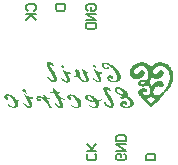
<source format=gbo>
G04*
G04 #@! TF.GenerationSoftware,Altium Limited,Altium Designer,18.1.7 (191)*
G04*
G04 Layer_Color=32896*
%FSLAX44Y44*%
%MOMM*%
G71*
G01*
G75*
%ADD11C,0.1500*%
G36*
X1233286Y449658D02*
X1233857Y449526D01*
X1234077Y449439D01*
X1234253Y449395D01*
X1234385Y449307D01*
X1234429D01*
X1234912Y449043D01*
X1235307Y448779D01*
X1235659Y448516D01*
X1235923Y448208D01*
X1236098Y447989D01*
X1236230Y447769D01*
X1236318Y447637D01*
X1236362Y447593D01*
X1236494Y447285D01*
X1236538Y447066D01*
X1236626Y446890D01*
Y446802D01*
Y446538D01*
X1236538Y446319D01*
X1236406Y446143D01*
X1236362Y446099D01*
X1236230Y446011D01*
X1235923D01*
X1235791Y446055D01*
X1235747Y446099D01*
X1235527Y446319D01*
X1235351Y446494D01*
X1235220Y446582D01*
X1235176Y446626D01*
X1234956Y446802D01*
X1234736Y446934D01*
X1234560Y447022D01*
X1234517Y447066D01*
X1234297Y447197D01*
X1234077Y447329D01*
X1233901Y447373D01*
X1233857Y447417D01*
X1233594Y447461D01*
X1233418Y447417D01*
X1233330Y447373D01*
X1233286Y447329D01*
X1233198Y447110D01*
X1233154Y446934D01*
X1233198Y446758D01*
Y446714D01*
X1233330Y446451D01*
X1233374Y446363D01*
Y446319D01*
X1233550Y446099D01*
X1233594Y446011D01*
X1233638Y445967D01*
X1233945Y445616D01*
X1234209Y445264D01*
X1234385Y445044D01*
X1234473Y445000D01*
Y444957D01*
X1234780Y444605D01*
X1235044Y444253D01*
X1235220Y443990D01*
X1235307Y443946D01*
Y443902D01*
X1235835Y443155D01*
X1236055Y442803D01*
X1236274Y442496D01*
X1236450Y442232D01*
X1236582Y442012D01*
X1236670Y441880D01*
X1236714Y441837D01*
X1237197Y441090D01*
X1237417Y440738D01*
X1237636Y440430D01*
X1237812Y440167D01*
X1237944Y439947D01*
X1237988Y439815D01*
X1238032Y439771D01*
X1238339Y439024D01*
X1238471Y438673D01*
X1238603Y438365D01*
X1238691Y438102D01*
X1238779Y437882D01*
X1238823Y437750D01*
Y437706D01*
X1238999Y436915D01*
X1239087Y436563D01*
X1239174Y436212D01*
X1239218Y435948D01*
Y435729D01*
X1239262Y435597D01*
Y435553D01*
X1239218Y435377D01*
Y435201D01*
Y435113D01*
Y435070D01*
X1239174Y434850D01*
Y434762D01*
Y434718D01*
X1239087Y434279D01*
X1238911Y433883D01*
X1238691Y433531D01*
X1238471Y433224D01*
X1238296Y433004D01*
X1238120Y432828D01*
X1237988Y432741D01*
X1237944Y432697D01*
X1237505Y432477D01*
X1237065Y432389D01*
X1236670Y432345D01*
X1236274Y432389D01*
X1235923Y432433D01*
X1235659Y432521D01*
X1235483Y432565D01*
X1235439Y432609D01*
X1234956Y432872D01*
X1234517Y433136D01*
X1234121Y433400D01*
X1233770Y433619D01*
X1233506Y433839D01*
X1233286Y434015D01*
X1233154Y434147D01*
X1233110Y434191D01*
X1232407Y434894D01*
X1232100Y435201D01*
X1231792Y435509D01*
X1231572Y435773D01*
X1231397Y435992D01*
X1231265Y436124D01*
X1231221Y436168D01*
X1231133Y436300D01*
X1231089Y436476D01*
Y436608D01*
Y436651D01*
Y436871D01*
X1231133Y437047D01*
X1231177Y437091D01*
X1231221Y437135D01*
X1231309Y437223D01*
X1231485Y437267D01*
X1231880D01*
X1232012Y437223D01*
X1232100Y437179D01*
X1232144D01*
X1232407Y437003D01*
X1232583Y436827D01*
X1232715Y436695D01*
X1232759Y436651D01*
X1232979Y436432D01*
X1233154Y436212D01*
X1233286Y436036D01*
X1233330Y435992D01*
X1233682Y435597D01*
X1234033Y435289D01*
X1234253Y435070D01*
X1234297Y435026D01*
X1234341Y434982D01*
X1234736Y434674D01*
X1235132Y434498D01*
X1235264Y434410D01*
X1235395Y434366D01*
X1235483Y434323D01*
X1235527D01*
X1235791Y434279D01*
X1235967Y434235D01*
X1236318Y434279D01*
X1236494Y434323D01*
X1236582Y434366D01*
X1236714Y434498D01*
X1236802Y434630D01*
X1236845Y434982D01*
X1236802Y435245D01*
Y435333D01*
Y435377D01*
X1236714Y435773D01*
X1236626Y436124D01*
X1236582Y436344D01*
X1236538Y436388D01*
Y436432D01*
X1236406Y436827D01*
X1236230Y437135D01*
X1236142Y437311D01*
X1236098Y437398D01*
X1235659Y438145D01*
X1235264Y438893D01*
X1234868Y439552D01*
X1234517Y440167D01*
X1234209Y440650D01*
X1233989Y441046D01*
X1233813Y441309D01*
X1233770Y441397D01*
X1233330Y442144D01*
X1232891Y442891D01*
X1232539Y443550D01*
X1232188Y444165D01*
X1231880Y444693D01*
X1231660Y445088D01*
X1231528Y445352D01*
X1231485Y445440D01*
X1231265Y445835D01*
X1231089Y446187D01*
X1231001Y446451D01*
X1230957Y446494D01*
Y446538D01*
X1230781Y446978D01*
X1230694Y447373D01*
X1230606Y447681D01*
Y447725D01*
Y447769D01*
X1230562Y448032D01*
Y448252D01*
X1230650Y448648D01*
X1230781Y448867D01*
X1230826Y448955D01*
X1231133Y449263D01*
X1231485Y449482D01*
X1231792Y449570D01*
X1231880Y449614D01*
X1231924D01*
X1232188Y449702D01*
X1232451Y449746D01*
X1232671D01*
X1233286Y449658D01*
D02*
G37*
G36*
X1327410Y449351D02*
X1328245Y449263D01*
X1328992Y449175D01*
X1329651Y449043D01*
X1330178Y448867D01*
X1330618Y448779D01*
X1330881Y448692D01*
X1330925Y448648D01*
X1330969D01*
X1331716Y448340D01*
X1332375Y447989D01*
X1333035Y447549D01*
X1333562Y447154D01*
X1334045Y446802D01*
X1334353Y446494D01*
X1334572Y446275D01*
X1334660Y446187D01*
X1335144Y445660D01*
X1335583Y445132D01*
X1335935Y444605D01*
X1336286Y444078D01*
X1336857Y443067D01*
X1337253Y442144D01*
X1337561Y441353D01*
X1337648Y441046D01*
X1337736Y440738D01*
X1337780Y440518D01*
X1337824Y440343D01*
X1337868Y440255D01*
Y440211D01*
X1337956Y439464D01*
X1338000Y439112D01*
Y438761D01*
X1338044Y438497D01*
Y438277D01*
Y438145D01*
Y438102D01*
X1338000Y437267D01*
X1337912Y436432D01*
X1337824Y435641D01*
X1337648Y434938D01*
X1337517Y434366D01*
X1337429Y433883D01*
X1337385Y433707D01*
X1337341Y433576D01*
X1337297Y433532D01*
Y433488D01*
X1337033Y432741D01*
X1336726Y432038D01*
X1336462Y431422D01*
X1336154Y430851D01*
X1335935Y430368D01*
X1335715Y430016D01*
X1335583Y429796D01*
X1335539Y429709D01*
X1334704Y428478D01*
X1334309Y427907D01*
X1333957Y427380D01*
X1333606Y426940D01*
X1333386Y426633D01*
X1333210Y426413D01*
X1333166Y426325D01*
X1332200Y425095D01*
X1331233Y423864D01*
X1330354Y422766D01*
X1329519Y421799D01*
X1329124Y421360D01*
X1328816Y421008D01*
X1328508Y420657D01*
X1328245Y420349D01*
X1328025Y420129D01*
X1327893Y419953D01*
X1327805Y419866D01*
X1327762Y419822D01*
X1326707Y418679D01*
X1325652Y417581D01*
X1324642Y416526D01*
X1323719Y415603D01*
X1323323Y415208D01*
X1322972Y414856D01*
X1322620Y414549D01*
X1322357Y414285D01*
X1322137Y414065D01*
X1321961Y413890D01*
X1321873Y413802D01*
X1321829Y413758D01*
X1321346Y413318D01*
X1320950Y412923D01*
X1320775Y412791D01*
X1320643Y412659D01*
X1320555Y412615D01*
X1320511Y412571D01*
X1319984Y412176D01*
X1319544Y411824D01*
X1319369Y411692D01*
X1319237Y411561D01*
X1319149Y411517D01*
X1319105Y411473D01*
X1318929Y411561D01*
X1318841Y411604D01*
X1318710Y411736D01*
X1318665Y411780D01*
X1317919Y412439D01*
X1317171Y413098D01*
X1316512Y413714D01*
X1315941Y414285D01*
X1315458Y414768D01*
X1315062Y415120D01*
X1314843Y415383D01*
X1314755Y415471D01*
X1314052Y416218D01*
X1313392Y416922D01*
X1312777Y417581D01*
X1312206Y418196D01*
X1311767Y418723D01*
X1311415Y419119D01*
X1311195Y419382D01*
X1311107Y419426D01*
Y419470D01*
X1310624Y420085D01*
X1310185Y420613D01*
X1310009Y420832D01*
X1309877Y421008D01*
X1309789Y421096D01*
X1309745Y421140D01*
X1309262Y421799D01*
X1308822Y422370D01*
X1308691Y422590D01*
X1308559Y422766D01*
X1308515Y422898D01*
X1308471Y422942D01*
X1308251Y423293D01*
X1308119Y423601D01*
X1308031Y423908D01*
X1307988Y424172D01*
Y424392D01*
Y424567D01*
X1308031Y424655D01*
Y424699D01*
X1308119Y425007D01*
X1308251Y425314D01*
X1308603Y425798D01*
X1308779Y425974D01*
X1308954Y426105D01*
X1309042Y426193D01*
X1309086Y426237D01*
X1309482Y426545D01*
X1309833Y426764D01*
X1310229Y426940D01*
X1310536Y427072D01*
X1310844Y427160D01*
X1311064Y427248D01*
X1311195Y427292D01*
X1311239D01*
X1312118Y427380D01*
X1312558Y427424D01*
X1312909Y427380D01*
X1313480D01*
X1313656Y427336D01*
X1313700D01*
X1314095Y427248D01*
X1314403Y427116D01*
X1314623Y427028D01*
X1314667Y426984D01*
X1314711D01*
X1315018Y426764D01*
X1315238Y426457D01*
X1315370Y426237D01*
X1315414Y426193D01*
Y426149D01*
X1315502Y425842D01*
X1315546Y425622D01*
X1315590Y425446D01*
Y425358D01*
X1315546Y425095D01*
X1315458Y424831D01*
X1315370Y424655D01*
X1315326Y424611D01*
X1315106Y424392D01*
X1314930Y424304D01*
X1314755Y424260D01*
X1314447D01*
X1314183Y424304D01*
X1314008Y424348D01*
X1313964D01*
X1313744Y424392D01*
X1313568Y424436D01*
X1313436Y424479D01*
X1313392D01*
X1313173Y424524D01*
X1312953Y424567D01*
X1312821Y424611D01*
X1312777D01*
X1312426Y424567D01*
X1312162Y424436D01*
X1312030Y424304D01*
X1311986Y424260D01*
X1311898Y423952D01*
Y423689D01*
Y423469D01*
X1311942Y423425D01*
Y423381D01*
X1312118Y423073D01*
X1312294Y422810D01*
X1312777Y422326D01*
X1313041Y422151D01*
X1313217Y422019D01*
X1313349Y421931D01*
X1313392Y421887D01*
X1313788Y421667D01*
X1314183Y421535D01*
X1314535Y421447D01*
X1314843Y421404D01*
X1315106Y421360D01*
X1315458D01*
X1315853Y421447D01*
X1316161Y421535D01*
X1316468Y421711D01*
X1316732Y421843D01*
X1316952Y421975D01*
X1317128Y422107D01*
X1317215Y422195D01*
X1317259Y422239D01*
X1317523Y422546D01*
X1317699Y422854D01*
X1317875Y423117D01*
X1318006Y423425D01*
X1318094Y423689D01*
X1318138Y423864D01*
X1318182Y423996D01*
Y424040D01*
X1318226Y424611D01*
Y425183D01*
Y425666D01*
X1318182Y426149D01*
X1318138Y426501D01*
X1318050Y426764D01*
X1318006Y426984D01*
Y427028D01*
X1317831Y427556D01*
X1317655Y428039D01*
X1317435Y428478D01*
X1317215Y428874D01*
X1317040Y429181D01*
X1316864Y429445D01*
X1316776Y429621D01*
X1316732Y429665D01*
X1316556Y429884D01*
X1316380Y430016D01*
X1316249Y430104D01*
X1316029D01*
X1315809Y429972D01*
X1315634Y429884D01*
X1315590Y429840D01*
X1315062Y429533D01*
X1314579Y429269D01*
X1314095Y429093D01*
X1313656Y428962D01*
X1313261Y428918D01*
X1312997Y428874D01*
X1312777Y428830D01*
X1312206D01*
X1311679Y428918D01*
X1311151Y429006D01*
X1310712Y429093D01*
X1310316Y429225D01*
X1310053Y429313D01*
X1309833Y429357D01*
X1309789Y429401D01*
X1309306Y429665D01*
X1308866Y429928D01*
X1308603Y430148D01*
X1308559Y430236D01*
X1308515D01*
X1308339Y430456D01*
X1308207Y430675D01*
X1308031Y431159D01*
Y431334D01*
X1307988Y431510D01*
Y431598D01*
Y431642D01*
Y431950D01*
X1308076Y432213D01*
X1308207Y432653D01*
X1308295Y432785D01*
X1308383Y432916D01*
X1308427Y432960D01*
X1308471Y433004D01*
X1308866Y433356D01*
X1309218Y433663D01*
X1309526Y433839D01*
X1309570Y433927D01*
X1309613D01*
X1309701Y433971D01*
X1309745D01*
X1309789Y434015D01*
X1309833D01*
X1310624Y434323D01*
X1311020Y434454D01*
X1311371Y434542D01*
X1311635Y434586D01*
X1311898Y434630D01*
X1312030Y434674D01*
X1312074D01*
X1312953Y434718D01*
X1313349Y434674D01*
X1313700D01*
X1314008Y434630D01*
X1314227Y434586D01*
X1314403Y434542D01*
X1314447D01*
X1314711Y434498D01*
X1314974Y434454D01*
X1315502D01*
X1315590Y434542D01*
X1315677Y434674D01*
X1315853Y434982D01*
X1315985Y435289D01*
X1316029Y435377D01*
Y435421D01*
X1316205Y436036D01*
X1316337Y436651D01*
X1316425Y437223D01*
X1316468Y437750D01*
X1316512Y438189D01*
X1316556Y438497D01*
Y438717D01*
Y438805D01*
X1316512Y440035D01*
X1316425Y440606D01*
X1316337Y441090D01*
X1316293Y441529D01*
X1316205Y441880D01*
X1316161Y442056D01*
Y442144D01*
X1315853Y442935D01*
X1315721Y443287D01*
X1315546Y443594D01*
X1315370Y443858D01*
X1315282Y444034D01*
X1315194Y444165D01*
X1315150Y444210D01*
X1314886Y444561D01*
X1314579Y444825D01*
X1314271Y445088D01*
X1314008Y445308D01*
X1313744Y445440D01*
X1313524Y445572D01*
X1313392Y445660D01*
X1313349D01*
X1312909Y445835D01*
X1312514Y445967D01*
X1311635Y446099D01*
X1310844Y446143D01*
X1310097Y446099D01*
X1309438Y445967D01*
X1308954Y445835D01*
X1308779Y445791D01*
X1308647Y445747D01*
X1308559Y445704D01*
X1308515D01*
X1307592Y445308D01*
X1306845Y444781D01*
X1306230Y444253D01*
X1305703Y443726D01*
X1305351Y443243D01*
X1305087Y442847D01*
X1304956Y442540D01*
X1304912Y442496D01*
Y442452D01*
X1304780Y442144D01*
X1304736Y441837D01*
X1304692Y441265D01*
X1304736Y441046D01*
Y440870D01*
X1304780Y440782D01*
Y440738D01*
X1304868Y440474D01*
X1305043Y440211D01*
X1305351Y439859D01*
X1305615Y439640D01*
X1305703Y439552D01*
X1305747D01*
X1306054Y439420D01*
X1306318Y439332D01*
X1306845Y439288D01*
X1307021Y439332D01*
X1307197D01*
X1307285Y439376D01*
X1307328D01*
X1307592Y439508D01*
X1307856Y439640D01*
X1308295Y439991D01*
X1308559Y440299D01*
X1308603Y440387D01*
X1308647Y440430D01*
X1308822Y440694D01*
X1308954Y440958D01*
X1309086Y441133D01*
X1309130Y441177D01*
X1309306Y441441D01*
X1309438Y441661D01*
X1309570Y441837D01*
X1309613Y441880D01*
X1309965Y442232D01*
X1310273Y442496D01*
X1310536Y442628D01*
X1310580Y442672D01*
X1310624D01*
X1311020Y442759D01*
X1311415D01*
X1311591Y442715D01*
X1311723D01*
X1311811Y442672D01*
X1311855D01*
X1312338Y442452D01*
X1312733Y442188D01*
X1312953Y441968D01*
X1313041Y441925D01*
Y441880D01*
X1313305Y441441D01*
X1313480Y441002D01*
X1313524Y440826D01*
Y440650D01*
X1313568Y440562D01*
Y440518D01*
Y439991D01*
X1313524Y439552D01*
X1313480Y439376D01*
X1313436Y439244D01*
X1313392Y439156D01*
Y439112D01*
X1313173Y438629D01*
X1312953Y438233D01*
X1312733Y437926D01*
X1312646Y437882D01*
Y437838D01*
X1312074Y437267D01*
X1311503Y436739D01*
X1310932Y436344D01*
X1310404Y436036D01*
X1309921Y435817D01*
X1309570Y435641D01*
X1309350Y435553D01*
X1309262Y435509D01*
X1308559Y435333D01*
X1307812Y435245D01*
X1307153Y435201D01*
X1306494D01*
X1305966Y435245D01*
X1305527Y435289D01*
X1305395D01*
X1305263Y435333D01*
X1305175D01*
X1304340Y435553D01*
X1303637Y435904D01*
X1303022Y436256D01*
X1302539Y436651D01*
X1302143Y437047D01*
X1301836Y437355D01*
X1301660Y437574D01*
X1301616Y437662D01*
X1301264Y438409D01*
X1301045Y439112D01*
X1300913Y439815D01*
X1300869Y440474D01*
X1300913Y441002D01*
X1300957Y441441D01*
X1301001Y441573D01*
Y441705D01*
X1301045Y441749D01*
Y441793D01*
X1301221Y442364D01*
X1301396Y442891D01*
X1301616Y443375D01*
X1301792Y443770D01*
X1301968Y444122D01*
X1302143Y444385D01*
X1302231Y444561D01*
X1302275Y444605D01*
X1302934Y445528D01*
X1303286Y445923D01*
X1303637Y446231D01*
X1303901Y446538D01*
X1304121Y446758D01*
X1304297Y446890D01*
X1304340Y446934D01*
X1304956Y447417D01*
X1305571Y447857D01*
X1306186Y448164D01*
X1306757Y448472D01*
X1307241Y448648D01*
X1307592Y448823D01*
X1307856Y448867D01*
X1307900Y448911D01*
X1307944D01*
X1308691Y449087D01*
X1309394Y449219D01*
X1310097Y449263D01*
X1310712Y449307D01*
X1312030D01*
X1312689Y449263D01*
X1313305Y449175D01*
X1313832Y449043D01*
X1314315Y448911D01*
X1314755Y448779D01*
X1315062Y448648D01*
X1315238Y448604D01*
X1315326Y448560D01*
X1315897Y448296D01*
X1316425Y447989D01*
X1316864Y447681D01*
X1317303Y447329D01*
X1317611Y447066D01*
X1317875Y446846D01*
X1318050Y446670D01*
X1318094Y446626D01*
X1318270Y446451D01*
X1318446Y446275D01*
X1318534Y446143D01*
X1318578Y446099D01*
X1318753Y445923D01*
X1318885Y445747D01*
X1318973Y445616D01*
X1319017Y445572D01*
X1319193Y445660D01*
X1319281Y445704D01*
X1319369Y445747D01*
X1319413D01*
X1319588Y445967D01*
X1319632Y446055D01*
X1319676D01*
X1319896Y446275D01*
X1319940Y446363D01*
X1319984D01*
X1320511Y446890D01*
X1321038Y447329D01*
X1321522Y447681D01*
X1321961Y447989D01*
X1322357Y448252D01*
X1322664Y448428D01*
X1322840Y448516D01*
X1322928Y448560D01*
X1323543Y448823D01*
X1324158Y449043D01*
X1324773Y449175D01*
X1325345Y449263D01*
X1325828Y449351D01*
X1326180Y449395D01*
X1326531D01*
X1327410Y449351D01*
D02*
G37*
G36*
X1271076Y447022D02*
X1271340Y446934D01*
X1271516Y446846D01*
X1271560Y446802D01*
X1271867Y446494D01*
X1272131Y446187D01*
X1272307Y445923D01*
X1272351Y445835D01*
Y445791D01*
X1272439Y445572D01*
X1272483Y445396D01*
X1272526Y445088D01*
X1272483Y444912D01*
Y444869D01*
X1272439Y444781D01*
X1272351Y444693D01*
X1272263Y444649D01*
X1271911D01*
X1271560Y444825D01*
X1271252Y445000D01*
X1271032Y445132D01*
X1270988Y445176D01*
X1270945D01*
X1270593Y445396D01*
X1270241Y445572D01*
X1270022Y445704D01*
X1269978Y445747D01*
X1269934D01*
X1269846Y445791D01*
X1269802Y445879D01*
X1269758Y445923D01*
Y445967D01*
X1269670Y446143D01*
X1269626Y446231D01*
X1269758Y446407D01*
X1269802Y446494D01*
X1269934Y446670D01*
X1269978Y446714D01*
X1270022D01*
X1270329Y446934D01*
X1270549Y447022D01*
X1270725Y447066D01*
X1270813D01*
X1271076Y447022D01*
D02*
G37*
G36*
X1244360Y446714D02*
X1244404D01*
X1244667Y446626D01*
X1244887Y446494D01*
X1245194Y446187D01*
X1245414Y445923D01*
X1245458Y445835D01*
Y445791D01*
X1245546Y445528D01*
X1245634Y445264D01*
X1245678Y444781D01*
Y444561D01*
X1245634Y444385D01*
Y444297D01*
Y444253D01*
X1245107Y444429D01*
X1244667Y444605D01*
X1244491Y444649D01*
X1244360Y444737D01*
X1244316Y444781D01*
X1244272D01*
X1243832Y445088D01*
X1243481Y445308D01*
X1243217Y445484D01*
X1243173Y445572D01*
X1243129D01*
X1243085Y445616D01*
X1243041Y445704D01*
Y445791D01*
Y445835D01*
Y446099D01*
X1243085Y446143D01*
Y446187D01*
X1243261Y446407D01*
X1243437Y446538D01*
X1243569Y446626D01*
X1243656Y446670D01*
X1243964Y446714D01*
X1244184Y446758D01*
X1244360Y446714D01*
D02*
G37*
G36*
X1243832Y443419D02*
X1243920Y443331D01*
X1244008Y443287D01*
X1244184Y443243D01*
X1244228Y443199D01*
X1244272D01*
X1245370Y442627D01*
X1245898Y442364D01*
X1246337Y442100D01*
X1246732Y441880D01*
X1246996Y441705D01*
X1247172Y441617D01*
X1247260Y441573D01*
X1247831Y441309D01*
X1248402Y441090D01*
X1248930Y440958D01*
X1249457Y440826D01*
X1249896Y440782D01*
X1250204Y440738D01*
X1250511D01*
X1250731Y440694D01*
X1250863Y440606D01*
X1250951Y440518D01*
Y440474D01*
X1250995Y440299D01*
X1250951Y440167D01*
X1250907Y440079D01*
Y440035D01*
X1250599Y439771D01*
X1250511Y439683D01*
X1250468Y439640D01*
X1250160Y439464D01*
X1250028Y439376D01*
X1249984D01*
X1249764Y439332D01*
X1249325D01*
X1249061Y439376D01*
X1248534D01*
X1248666Y439024D01*
X1248798Y438761D01*
X1248886Y438585D01*
X1248930Y438497D01*
X1249061Y438233D01*
X1249193Y437970D01*
X1249237Y437794D01*
X1249281Y437750D01*
X1249501Y437311D01*
X1249677Y436915D01*
X1249808Y436608D01*
X1249852Y436563D01*
Y436520D01*
X1250072Y436080D01*
X1250204Y435685D01*
X1250292Y435377D01*
X1250336Y435333D01*
Y435289D01*
X1250424Y434762D01*
X1250468Y434279D01*
X1250380Y433883D01*
X1250292Y433531D01*
X1250160Y433224D01*
X1250028Y433048D01*
X1249940Y432916D01*
X1249896Y432872D01*
X1249545Y432565D01*
X1249193Y432389D01*
X1248798Y432257D01*
X1248402Y432169D01*
X1247523D01*
X1247348Y432213D01*
X1247172Y432257D01*
X1247040Y432301D01*
X1246996D01*
X1246820Y432389D01*
X1246645Y432433D01*
X1246513Y432521D01*
X1246469D01*
X1245766Y432960D01*
X1245458Y433180D01*
X1245151Y433400D01*
X1244931Y433576D01*
X1244755Y433707D01*
X1244667Y433795D01*
X1244623Y433839D01*
X1244052Y434410D01*
X1243613Y434938D01*
X1243437Y435157D01*
X1243305Y435333D01*
X1243217Y435465D01*
X1243173Y435509D01*
X1242953Y435816D01*
X1242909Y435904D01*
Y435948D01*
Y436168D01*
X1242953Y436388D01*
X1243041Y436563D01*
X1243085Y436651D01*
X1243393Y436388D01*
X1243481Y436344D01*
X1243525Y436300D01*
X1243788Y436080D01*
X1243876Y435992D01*
X1243920Y435948D01*
X1244360Y435553D01*
X1244755Y435201D01*
X1245019Y434938D01*
X1245063Y434894D01*
X1245107Y434850D01*
X1245546Y434498D01*
X1245898Y434147D01*
X1246205Y433927D01*
X1246249Y433883D01*
X1246293Y433839D01*
X1246513Y433663D01*
X1246776Y433531D01*
X1246908Y433444D01*
X1246996Y433400D01*
X1247128Y433356D01*
X1247260Y433312D01*
X1247523Y433356D01*
X1247743Y433444D01*
X1247787Y433488D01*
X1247831D01*
X1248007Y433663D01*
X1248095Y433883D01*
X1248139Y434015D01*
Y434103D01*
Y434454D01*
X1248051Y434762D01*
X1247963Y435026D01*
X1247919Y435070D01*
Y435113D01*
X1247831Y435377D01*
X1247699Y435597D01*
X1247655Y435729D01*
X1247611Y435773D01*
X1247523Y436036D01*
X1247392Y436256D01*
X1247348Y436388D01*
X1247304Y436432D01*
X1246996Y437003D01*
X1246732Y437530D01*
X1246645Y437706D01*
X1246557Y437882D01*
X1246469Y437970D01*
Y438014D01*
X1246161Y438585D01*
X1245898Y439112D01*
X1245766Y439288D01*
X1245722Y439464D01*
X1245634Y439552D01*
Y439595D01*
X1245282Y440255D01*
X1244975Y440870D01*
X1244843Y441090D01*
X1244755Y441265D01*
X1244667Y441397D01*
Y441441D01*
X1244316Y442188D01*
X1244140Y442496D01*
X1243964Y442803D01*
X1243832Y443067D01*
X1243744Y443287D01*
X1243700Y443419D01*
X1243656Y443462D01*
X1243832Y443419D01*
D02*
G37*
G36*
X1281183Y449043D02*
X1281359Y448999D01*
X1281491D01*
X1281579Y448955D01*
X1281622D01*
X1282985Y448516D01*
X1284215Y447989D01*
X1285358Y447461D01*
X1286324Y446934D01*
X1286720Y446670D01*
X1287115Y446407D01*
X1287423Y446231D01*
X1287686Y446011D01*
X1287906Y445879D01*
X1288082Y445747D01*
X1288170Y445704D01*
X1288214Y445660D01*
X1289224Y444781D01*
X1290103Y443814D01*
X1290850Y442891D01*
X1291509Y441968D01*
X1292037Y441133D01*
X1292212Y440782D01*
X1292388Y440474D01*
X1292520Y440255D01*
X1292608Y440079D01*
X1292696Y439947D01*
Y439903D01*
X1292915Y439288D01*
X1293135Y438761D01*
X1293223Y438189D01*
X1293311Y437706D01*
X1293355Y436783D01*
X1293311Y435992D01*
X1293179Y435333D01*
X1293091Y435113D01*
X1293003Y434894D01*
X1292959Y434718D01*
X1292872Y434586D01*
X1292828Y434542D01*
Y434498D01*
X1292520Y434103D01*
X1292212Y433795D01*
X1291465Y433268D01*
X1290630Y432872D01*
X1289840Y432609D01*
X1289093Y432433D01*
X1288741Y432389D01*
X1288477Y432345D01*
X1288258Y432301D01*
X1287906D01*
X1287511Y432345D01*
X1287159Y432389D01*
X1286895Y432433D01*
X1286808D01*
X1286412Y432477D01*
X1286060Y432565D01*
X1285841Y432609D01*
X1285753Y432653D01*
X1284918Y432960D01*
X1284566Y433136D01*
X1284259Y433312D01*
X1283995Y433444D01*
X1283776Y433576D01*
X1283644Y433619D01*
X1283600Y433663D01*
X1283292Y433927D01*
X1282985Y434235D01*
X1282765Y434498D01*
X1282589Y434806D01*
X1282413Y435070D01*
X1282325Y435289D01*
X1282238Y435465D01*
Y435509D01*
X1282106Y435992D01*
Y436388D01*
Y436564D01*
Y436695D01*
Y436739D01*
Y436783D01*
X1282150Y437003D01*
X1282238Y437223D01*
X1282413Y437574D01*
X1282633Y437794D01*
X1282677Y437882D01*
X1282721D01*
X1282941Y438058D01*
X1283116Y438233D01*
X1283512Y438409D01*
X1283776Y438541D01*
X1284391D01*
X1284830Y438453D01*
X1285006D01*
X1285138Y438409D01*
X1285226Y438365D01*
X1285270D01*
X1285753Y438145D01*
X1286104Y437926D01*
X1286368Y437794D01*
X1286412Y437706D01*
X1286456D01*
X1286764Y437355D01*
X1286939Y436959D01*
X1286983Y436783D01*
Y436651D01*
X1287027Y436564D01*
Y436520D01*
Y436124D01*
X1286983Y435860D01*
X1286939Y435685D01*
X1286895Y435641D01*
X1286720Y435421D01*
X1286500Y435289D01*
X1286324Y435201D01*
X1286236D01*
X1285885Y435157D01*
X1285621D01*
X1285445Y435201D01*
X1285401Y435245D01*
X1285182Y435421D01*
X1285006Y435641D01*
X1284918Y435817D01*
X1284874Y435904D01*
X1284742Y436168D01*
X1284698Y436256D01*
Y436300D01*
X1284610Y436564D01*
X1284523Y436608D01*
Y436651D01*
X1284435Y436739D01*
X1284347Y436783D01*
X1284259Y436827D01*
X1284215D01*
X1284083Y436871D01*
X1283995D01*
X1283907Y436827D01*
X1283819Y436783D01*
X1283732Y436695D01*
X1283688Y436651D01*
Y436608D01*
X1283644Y436476D01*
Y436344D01*
Y436300D01*
Y436256D01*
X1283688Y435992D01*
X1283732Y435904D01*
Y435860D01*
X1283863Y435597D01*
X1283907Y435509D01*
Y435465D01*
X1284171Y435070D01*
X1284479Y434762D01*
X1284830Y434454D01*
X1285182Y434235D01*
X1285489Y434059D01*
X1285753Y433927D01*
X1285929Y433883D01*
X1285973Y433839D01*
X1286500Y433663D01*
X1286983Y433576D01*
X1287423Y433532D01*
X1287774D01*
X1288126Y433576D01*
X1288345Y433619D01*
X1288521Y433663D01*
X1288565D01*
X1289137Y433927D01*
X1289532Y434191D01*
X1289796Y434410D01*
X1289840Y434454D01*
X1289884Y434498D01*
X1290147Y435026D01*
X1290323Y435509D01*
X1290367Y435729D01*
X1290411Y435904D01*
Y435992D01*
Y436036D01*
Y436651D01*
X1290367Y437223D01*
X1290323Y437398D01*
Y437574D01*
X1290279Y437662D01*
Y437706D01*
X1290103Y438277D01*
X1289927Y438761D01*
X1289840Y438980D01*
X1289752Y439112D01*
X1289708Y439200D01*
Y439244D01*
X1289137Y440299D01*
X1288873Y440782D01*
X1288609Y441177D01*
X1288389Y441529D01*
X1288214Y441837D01*
X1288126Y442012D01*
X1288082Y442056D01*
X1287379Y443023D01*
X1287027Y443462D01*
X1286720Y443858D01*
X1286412Y444165D01*
X1286192Y444385D01*
X1286060Y444561D01*
X1286017Y444605D01*
X1285314Y445308D01*
X1285006Y445616D01*
X1284698Y445879D01*
X1284435Y446099D01*
X1284215Y446275D01*
X1284083Y446363D01*
X1284039Y446407D01*
X1283248Y446934D01*
X1282853Y447154D01*
X1282457Y447329D01*
X1282150Y447505D01*
X1281930Y447593D01*
X1281754Y447681D01*
X1281710D01*
X1281447Y447769D01*
X1281183Y447813D01*
X1281007Y447857D01*
X1280963D01*
X1280656Y447901D01*
X1280436Y447944D01*
X1280172D01*
X1279909Y447901D01*
X1279689Y447857D01*
X1279557Y447769D01*
X1279513Y447725D01*
X1279337Y447505D01*
X1279249Y447285D01*
X1279206Y447110D01*
Y447066D01*
Y447022D01*
Y446758D01*
X1279249Y446494D01*
X1279425Y446011D01*
X1279557Y445791D01*
X1279645Y445660D01*
X1279689Y445572D01*
X1279733Y445528D01*
X1279953Y445264D01*
X1280172Y445044D01*
X1280392Y444869D01*
X1280612Y444781D01*
X1280788Y444693D01*
X1280919Y444649D01*
X1281007Y444605D01*
X1281622D01*
X1281798Y444693D01*
X1281886Y444869D01*
X1281930Y445044D01*
Y445132D01*
X1281974Y445308D01*
X1282018Y445396D01*
X1282106Y445572D01*
X1282238Y445616D01*
X1282721D01*
X1282853Y445572D01*
X1282897D01*
X1283116Y445484D01*
X1283292Y445308D01*
X1283380Y445176D01*
X1283424Y445132D01*
X1283512Y444869D01*
X1283468Y444649D01*
Y444473D01*
X1283424Y444429D01*
X1283160Y444078D01*
X1282941Y443814D01*
X1282765Y443638D01*
X1282677Y443594D01*
X1282325Y443419D01*
X1281974Y443331D01*
X1281666Y443287D01*
X1281579D01*
X1280963Y443331D01*
X1280392Y443462D01*
X1279909Y443638D01*
X1279469Y443902D01*
X1279118Y444122D01*
X1278898Y444341D01*
X1278722Y444473D01*
X1278678Y444517D01*
X1278283Y445000D01*
X1277975Y445440D01*
X1277712Y445835D01*
X1277536Y446187D01*
X1277404Y446494D01*
X1277316Y446758D01*
X1277272Y446890D01*
Y446934D01*
X1277228Y447197D01*
Y447417D01*
X1277316Y447813D01*
X1277448Y448076D01*
X1277492Y448120D01*
Y448164D01*
X1277800Y448516D01*
X1278151Y448736D01*
X1278459Y448823D01*
X1278547Y448867D01*
X1278590D01*
X1279162Y448955D01*
X1279645Y448999D01*
X1279821D01*
X1279997Y449043D01*
X1280128D01*
X1280700Y449087D01*
X1281183Y449043D01*
D02*
G37*
G36*
X1270681Y443594D02*
X1270945Y443462D01*
X1271164Y443375D01*
X1271208Y443331D01*
X1271472Y443199D01*
X1271692Y443067D01*
X1271867Y442979D01*
X1271911Y442935D01*
X1272834Y442452D01*
X1273230Y442232D01*
X1273625Y442056D01*
X1273933Y441880D01*
X1274196Y441749D01*
X1274372Y441705D01*
X1274416Y441661D01*
X1274899Y441441D01*
X1275339Y441309D01*
X1275822Y441177D01*
X1276217Y441133D01*
X1276613Y441090D01*
X1276877Y441046D01*
X1277140D01*
X1277360Y441002D01*
X1277536Y440870D01*
X1277624Y440738D01*
Y440694D01*
X1277668Y440474D01*
X1277580Y440255D01*
X1277492Y440123D01*
X1277448Y440079D01*
X1277140Y439903D01*
X1277009Y439859D01*
X1276965Y439815D01*
X1276745Y439727D01*
X1276569Y439683D01*
X1276437Y439640D01*
X1276393D01*
X1276217Y439596D01*
X1275163D01*
X1275427Y439112D01*
X1275602Y438717D01*
X1275778Y438453D01*
X1275822Y438409D01*
Y438365D01*
X1276042Y437926D01*
X1276217Y437574D01*
X1276349Y437311D01*
X1276393Y437267D01*
Y437223D01*
X1276525Y436827D01*
X1276657Y436476D01*
X1276745Y436212D01*
X1276789Y436168D01*
Y436124D01*
X1276921Y435729D01*
X1277009Y435377D01*
X1277096Y435113D01*
Y435070D01*
Y435026D01*
Y434454D01*
X1277052Y434015D01*
X1277009Y433839D01*
X1276965Y433707D01*
X1276921Y433619D01*
Y433576D01*
X1276613Y433180D01*
X1276305Y432916D01*
X1276042Y432741D01*
X1275998Y432697D01*
X1275954D01*
X1275471Y432565D01*
X1275075Y432477D01*
X1274899Y432433D01*
X1274636D01*
X1274152Y432477D01*
X1273757Y432565D01*
X1273581Y432609D01*
X1273449Y432653D01*
X1273405Y432697D01*
X1273361D01*
X1272922Y432916D01*
X1272526Y433180D01*
X1272219Y433400D01*
X1271911Y433619D01*
X1271648Y433795D01*
X1271472Y433971D01*
X1271384Y434059D01*
X1271340Y434103D01*
X1270681Y434762D01*
X1270154Y435377D01*
X1269934Y435597D01*
X1269802Y435817D01*
X1269714Y435948D01*
X1269670Y435992D01*
X1269538Y436256D01*
X1269494Y436344D01*
Y436388D01*
X1269538Y436564D01*
X1269626Y436739D01*
X1269758Y436871D01*
X1269802Y436915D01*
X1270110Y436651D01*
X1270198Y436564D01*
X1270241Y436520D01*
X1270549Y436256D01*
X1270637Y436168D01*
X1270681Y436124D01*
X1271076Y435773D01*
X1271428Y435421D01*
X1271692Y435201D01*
X1271736Y435157D01*
X1271779Y435113D01*
X1272219Y434762D01*
X1272570Y434454D01*
X1272834Y434235D01*
X1272878Y434147D01*
X1272922D01*
X1273186Y433971D01*
X1273405Y433839D01*
X1273581Y433751D01*
X1273625Y433707D01*
X1273757Y433663D01*
X1273933Y433619D01*
X1274196Y433663D01*
X1274416Y433707D01*
X1274460Y433751D01*
X1274504D01*
X1274680Y433927D01*
X1274768Y434147D01*
X1274811Y434323D01*
Y434366D01*
X1274768Y434718D01*
X1274680Y435070D01*
X1274592Y435333D01*
X1274548Y435377D01*
Y435421D01*
X1274460Y435685D01*
X1274328Y435904D01*
X1274284Y436036D01*
X1274240Y436080D01*
X1274152Y436344D01*
X1274020Y436564D01*
X1273977Y436695D01*
X1273933Y436739D01*
X1273625Y437355D01*
X1273317Y437882D01*
X1273230Y438058D01*
X1273142Y438233D01*
X1273054Y438321D01*
Y438365D01*
X1272746Y438936D01*
X1272483Y439464D01*
X1272351Y439640D01*
X1272307Y439815D01*
X1272219Y439903D01*
Y439947D01*
X1271867Y440606D01*
X1271604Y441221D01*
X1271472Y441441D01*
X1271428Y441617D01*
X1271340Y441749D01*
Y441793D01*
X1270988Y442496D01*
X1270637Y443111D01*
X1270505Y443375D01*
X1270417Y443594D01*
X1270373Y443726D01*
X1270329Y443770D01*
X1270681Y443594D01*
D02*
G37*
G36*
X1261585Y443550D02*
X1261673Y443506D01*
X1261717D01*
X1262420Y443067D01*
X1262991Y442627D01*
X1263255Y442496D01*
X1263430Y442364D01*
X1263562Y442276D01*
X1263606Y442232D01*
X1264265Y441793D01*
X1264881Y441353D01*
X1265100Y441221D01*
X1265276Y441090D01*
X1265408Y441002D01*
X1265452Y440958D01*
Y440914D01*
Y440870D01*
Y440738D01*
Y440694D01*
Y440650D01*
X1265232Y440694D01*
X1265012D01*
X1264837Y440738D01*
X1264529D01*
X1264265Y440782D01*
X1264002D01*
X1264090Y440562D01*
X1264177Y440387D01*
X1264221Y440299D01*
X1264265Y440255D01*
X1264397Y439991D01*
X1264441Y439903D01*
X1264485Y439859D01*
X1264749Y439288D01*
X1265012Y438805D01*
X1265100Y438585D01*
X1265188Y438453D01*
X1265232Y438365D01*
Y438321D01*
X1265496Y437750D01*
X1265759Y437267D01*
X1265847Y437091D01*
X1265935Y436915D01*
X1265979Y436827D01*
Y436783D01*
X1266155Y436344D01*
X1266287Y435992D01*
X1266375Y435685D01*
X1266419Y435641D01*
Y435597D01*
X1266462Y435157D01*
X1266506Y434762D01*
X1266462Y434454D01*
Y434410D01*
Y434366D01*
X1266375Y433839D01*
X1266243Y433444D01*
X1266111Y433224D01*
X1266067Y433136D01*
X1265935Y433004D01*
X1265803Y432872D01*
X1265452Y432697D01*
X1265144Y432609D01*
X1265056Y432565D01*
X1265012D01*
X1264441Y432477D01*
X1263914Y432433D01*
X1263430D01*
X1262991Y432477D01*
X1262639Y432521D01*
X1262376Y432609D01*
X1262200Y432653D01*
X1262156D01*
X1261673Y432828D01*
X1261189Y433048D01*
X1260794Y433268D01*
X1260398Y433488D01*
X1260135Y433707D01*
X1259871Y433883D01*
X1259739Y434015D01*
X1259695Y434059D01*
X1259300Y434366D01*
X1258948Y434674D01*
X1258729Y434938D01*
X1258685Y434982D01*
X1258641Y435026D01*
X1258289Y435421D01*
X1257982Y435773D01*
X1257762Y436036D01*
X1257674Y436080D01*
Y436124D01*
X1257454Y436344D01*
X1257279Y436476D01*
X1257147Y436520D01*
X1257103Y436563D01*
X1256839Y436608D01*
X1256575Y436651D01*
X1256400Y436608D01*
X1256312D01*
X1256004Y436563D01*
X1255741D01*
X1255301Y436608D01*
X1255125Y436651D01*
X1254994Y436695D01*
X1254906Y436739D01*
X1254862D01*
X1254378Y437047D01*
X1254027Y437355D01*
X1253763Y437618D01*
X1253719Y437706D01*
X1253675Y437750D01*
X1254115Y437838D01*
X1254510D01*
X1254774Y437794D01*
X1254818Y437750D01*
X1254862D01*
X1255081Y437706D01*
X1255301D01*
X1255653Y437794D01*
X1255916Y437926D01*
X1255960Y438014D01*
X1256004D01*
X1255872Y438365D01*
X1255741Y438673D01*
X1255697Y438893D01*
X1255653Y438980D01*
X1255521Y439332D01*
X1255433Y439595D01*
X1255345Y439815D01*
Y439903D01*
X1255257Y440255D01*
X1255169Y440518D01*
X1255125Y440738D01*
Y440826D01*
X1255081Y441177D01*
X1255038Y441485D01*
Y441705D01*
Y441793D01*
Y442144D01*
X1255081Y442452D01*
X1255125Y442627D01*
Y442715D01*
X1255301Y442979D01*
X1255521Y443199D01*
X1255697Y443331D01*
X1255741Y443375D01*
X1255785D01*
X1256092Y443462D01*
X1256356D01*
X1256532Y443419D01*
X1256619Y443375D01*
X1256883Y443243D01*
X1257103Y443111D01*
X1257279Y442979D01*
X1257322Y442935D01*
X1257674Y442627D01*
X1257982Y442276D01*
X1258245Y441968D01*
X1258421Y441661D01*
X1258553Y441397D01*
X1258641Y441177D01*
X1258685Y441046D01*
Y441002D01*
X1258773Y440606D01*
Y440211D01*
Y439815D01*
Y439464D01*
X1258729Y439156D01*
X1258685Y438936D01*
X1258641Y438761D01*
Y438717D01*
X1258597Y438453D01*
X1258553Y438189D01*
Y438014D01*
Y437970D01*
X1258597Y437750D01*
X1258685Y437530D01*
X1258773Y437355D01*
X1258817Y437311D01*
X1259476Y436520D01*
X1259827Y436168D01*
X1260135Y435860D01*
X1260398Y435641D01*
X1260618Y435465D01*
X1260750Y435333D01*
X1260794Y435289D01*
X1261629Y434674D01*
X1262024Y434366D01*
X1262376Y434147D01*
X1262639Y433927D01*
X1262859Y433751D01*
X1263035Y433663D01*
X1263079Y433619D01*
X1263123Y433576D01*
X1263167D01*
X1263211Y433531D01*
X1263474Y433488D01*
X1263694Y433531D01*
X1263826Y433576D01*
X1263870Y433619D01*
X1264046Y433795D01*
X1264134Y434015D01*
Y434191D01*
Y434279D01*
X1264090Y434498D01*
Y434586D01*
Y434630D01*
X1264046Y434938D01*
X1264002Y435026D01*
Y435070D01*
X1263782Y435641D01*
X1263562Y436080D01*
X1263518Y436300D01*
X1263430Y436432D01*
X1263387Y436520D01*
Y436563D01*
X1263167Y437135D01*
X1262947Y437618D01*
X1262859Y437838D01*
X1262771Y437970D01*
X1262727Y438058D01*
Y438102D01*
X1262332Y438936D01*
X1262156Y439332D01*
X1261980Y439640D01*
X1261849Y439947D01*
X1261761Y440167D01*
X1261717Y440299D01*
X1261673Y440343D01*
X1261277Y441177D01*
X1261102Y441573D01*
X1260970Y441925D01*
X1260838Y442188D01*
X1260750Y442452D01*
X1260662Y442584D01*
Y442627D01*
Y442935D01*
Y443023D01*
Y443067D01*
X1260706Y443243D01*
X1260750Y443375D01*
X1260794Y443462D01*
X1260838D01*
X1260970Y443550D01*
X1261102Y443594D01*
X1261453D01*
X1261585Y443550D01*
D02*
G37*
G36*
X1281447Y428522D02*
X1282018Y428434D01*
X1282238Y428346D01*
X1282413Y428302D01*
X1282501Y428259D01*
X1282545D01*
X1283073Y427951D01*
X1283512Y427643D01*
X1283688Y427468D01*
X1283819Y427380D01*
X1283907Y427292D01*
X1283951Y427248D01*
X1284127Y427028D01*
X1284259Y426852D01*
X1284347Y426721D01*
X1284391Y426677D01*
X1284523Y426457D01*
X1284654Y426237D01*
X1284698Y426061D01*
X1284742Y426017D01*
X1284830Y425798D01*
X1284874Y425578D01*
Y425402D01*
Y425358D01*
X1284830Y425139D01*
X1284698Y424963D01*
X1284566Y424875D01*
X1284523Y424831D01*
X1284391D01*
X1284215Y424875D01*
X1284083Y424919D01*
X1284039Y424963D01*
X1283819Y425051D01*
X1283644Y425183D01*
X1283556Y425227D01*
X1283512Y425271D01*
X1283292Y425446D01*
X1283204Y425490D01*
Y425534D01*
X1282985Y425754D01*
X1282941Y425842D01*
X1282897D01*
X1282633Y426017D01*
X1282545Y426061D01*
X1282501D01*
X1282194Y426193D01*
X1282106Y426237D01*
X1282062D01*
X1281798Y426281D01*
X1281622Y426237D01*
X1281534Y426193D01*
X1281491Y426149D01*
X1281359Y425974D01*
Y425754D01*
Y425622D01*
Y425534D01*
X1281491Y425227D01*
X1281534Y425139D01*
X1281579Y425095D01*
X1281754Y424831D01*
X1281798Y424743D01*
X1281842Y424699D01*
X1282150Y424304D01*
X1282413Y423996D01*
X1282589Y423732D01*
X1282677Y423689D01*
Y423645D01*
X1282941Y423293D01*
X1283204Y422942D01*
X1283380Y422722D01*
X1283424Y422678D01*
Y422634D01*
X1283951Y421843D01*
X1284215Y421447D01*
X1284435Y421140D01*
X1284654Y420832D01*
X1284786Y420613D01*
X1284874Y420481D01*
X1284918Y420437D01*
X1285445Y419646D01*
X1285709Y419294D01*
X1285885Y418943D01*
X1286060Y418679D01*
X1286192Y418415D01*
X1286280Y418284D01*
X1286324Y418240D01*
X1286720Y417493D01*
X1286852Y417097D01*
X1286983Y416790D01*
X1287071Y416482D01*
X1287159Y416262D01*
X1287203Y416130D01*
Y416087D01*
X1287423Y415296D01*
X1287511Y414900D01*
X1287555Y414593D01*
X1287599Y414285D01*
X1287643Y414065D01*
X1287686Y413933D01*
Y413890D01*
X1287599Y413230D01*
X1287467Y412659D01*
X1287247Y412132D01*
X1287027Y411736D01*
X1286764Y411429D01*
X1286588Y411165D01*
X1286412Y411033D01*
X1286368Y410989D01*
X1286104Y410814D01*
X1285841Y410726D01*
X1285270Y410594D01*
X1284742D01*
X1284215Y410682D01*
X1283732Y410814D01*
X1283380Y410945D01*
X1283116Y411077D01*
X1283029Y411121D01*
X1282281Y411604D01*
X1281930Y411824D01*
X1281666Y412044D01*
X1281447Y412264D01*
X1281227Y412396D01*
X1281139Y412483D01*
X1281095Y412527D01*
X1280436Y413186D01*
X1279865Y413758D01*
X1279645Y413977D01*
X1279469Y414153D01*
X1279381Y414285D01*
X1279337Y414329D01*
X1279206Y414549D01*
X1279074Y414724D01*
X1279030Y414856D01*
X1278986Y414900D01*
Y415120D01*
X1279074Y415340D01*
X1279162Y415471D01*
X1279206Y415515D01*
X1279425Y415691D01*
X1279645Y415735D01*
X1279865D01*
X1280128Y415647D01*
X1280304Y415515D01*
X1280480Y415428D01*
X1280524Y415383D01*
X1280700Y415164D01*
X1280875Y414988D01*
X1281007Y414856D01*
X1281051Y414812D01*
X1281271Y414593D01*
X1281447Y414417D01*
X1281534Y414285D01*
X1281579Y414241D01*
X1281974Y413846D01*
X1282281Y413494D01*
X1282545Y413274D01*
X1282589Y413230D01*
X1282633Y413186D01*
X1283029Y412879D01*
X1283424Y412659D01*
X1283600Y412615D01*
X1283732Y412571D01*
X1283819Y412527D01*
X1283863D01*
X1284303Y412483D01*
X1284610D01*
X1284786Y412527D01*
X1284830Y412571D01*
X1285006Y412835D01*
X1285094Y413098D01*
Y413362D01*
Y413406D01*
Y413450D01*
X1285006Y413846D01*
X1284962Y414197D01*
X1284874Y414461D01*
Y414505D01*
Y414549D01*
X1284742Y414944D01*
X1284566Y415252D01*
X1284479Y415471D01*
X1284435Y415559D01*
X1283995Y416350D01*
X1283600Y417097D01*
X1283204Y417800D01*
X1282853Y418415D01*
X1282545Y418943D01*
X1282325Y419382D01*
X1282150Y419646D01*
X1282106Y419690D01*
Y419734D01*
X1281666Y420525D01*
X1281227Y421272D01*
X1280788Y421931D01*
X1280436Y422590D01*
X1280128Y423117D01*
X1279909Y423513D01*
X1279733Y423776D01*
X1279689Y423820D01*
Y423864D01*
X1279513Y424216D01*
X1279337Y424524D01*
X1279206Y424743D01*
X1279162Y424831D01*
X1278986Y425183D01*
X1278854Y425534D01*
X1278766Y425754D01*
X1278722Y425798D01*
Y425842D01*
X1278590Y426281D01*
X1278547Y426677D01*
X1278590Y427028D01*
X1278634Y427336D01*
X1278722Y427556D01*
X1278810Y427731D01*
X1278854Y427819D01*
X1278898Y427863D01*
X1279162Y428127D01*
X1279425Y428302D01*
X1279777Y428434D01*
X1280084Y428522D01*
X1280348Y428566D01*
X1280612Y428610D01*
X1280831D01*
X1281447Y428522D01*
D02*
G37*
G36*
X1210744Y427424D02*
X1211096Y427160D01*
X1211403Y426896D01*
X1211667Y426721D01*
X1211887Y426589D01*
X1212018Y426501D01*
X1212062Y426457D01*
X1212809Y425930D01*
X1213161Y425666D01*
X1213468Y425446D01*
X1213688Y425227D01*
X1213908Y425095D01*
X1214040Y425007D01*
X1214084Y424963D01*
X1213820Y424875D01*
X1213644Y424831D01*
X1213512Y424787D01*
X1213468D01*
X1213249Y424743D01*
X1213073Y424655D01*
X1212941Y424611D01*
X1212897D01*
X1213161Y424260D01*
X1213381Y423996D01*
X1213556Y423820D01*
X1213600Y423732D01*
X1213864Y423425D01*
X1214040Y423161D01*
X1214215Y422985D01*
X1214259Y422942D01*
X1214215Y422898D01*
X1214171D01*
X1214128Y422854D01*
Y422810D01*
X1213293Y423249D01*
X1212941Y423469D01*
X1212589Y423689D01*
X1212326Y423864D01*
X1212062Y423952D01*
X1211930Y424040D01*
X1211887Y424084D01*
X1211052Y424567D01*
X1210656Y424787D01*
X1210304Y425007D01*
X1209997Y425183D01*
X1209777Y425314D01*
X1209602Y425402D01*
X1209557Y425446D01*
X1209865Y425490D01*
X1210085Y425534D01*
X1210217Y425578D01*
X1210261D01*
X1210480Y425622D01*
X1210656Y425666D01*
X1210832Y425710D01*
X1210876D01*
X1210700Y426105D01*
X1210524Y426457D01*
X1210436Y426721D01*
X1210392Y426764D01*
Y426808D01*
X1210217Y427204D01*
X1210085Y427599D01*
X1209997Y427907D01*
X1209953Y427951D01*
Y427995D01*
X1210744Y427424D01*
D02*
G37*
G36*
X1228892Y421579D02*
X1228936Y421535D01*
X1229068Y421404D01*
X1229112Y421360D01*
X1229771Y420744D01*
X1230386Y420261D01*
X1230606Y420085D01*
X1230826Y419953D01*
X1230957Y419910D01*
X1231001Y419866D01*
X1231748Y419470D01*
X1232100Y419294D01*
X1232407Y419162D01*
X1232671Y418987D01*
X1232891Y418899D01*
X1233023Y418855D01*
X1233066Y418811D01*
X1233242Y418723D01*
X1233286Y418679D01*
X1233418Y418591D01*
X1233462Y418547D01*
X1233418Y418503D01*
Y418459D01*
Y418415D01*
Y418372D01*
X1232935Y418503D01*
X1232539Y418591D01*
X1232363Y418635D01*
X1232232Y418679D01*
X1232144D01*
X1231660Y418811D01*
X1231177Y418943D01*
X1231001Y418987D01*
X1230826D01*
X1230738Y419031D01*
X1230694D01*
X1231177Y418240D01*
X1231572Y417493D01*
X1231968Y416790D01*
X1232319Y416175D01*
X1232627Y415647D01*
X1232847Y415252D01*
X1232979Y414988D01*
X1233023Y414944D01*
Y414900D01*
X1233418Y414153D01*
X1233813Y413406D01*
X1234165Y412747D01*
X1234473Y412132D01*
X1234736Y411604D01*
X1234912Y411209D01*
X1235044Y410945D01*
X1235088Y410901D01*
Y410858D01*
X1234560Y410813D01*
X1233813D01*
X1233550Y410858D01*
X1233374Y410901D01*
X1233242D01*
X1233154Y410945D01*
X1232979Y411033D01*
X1232803Y411209D01*
X1232495Y411648D01*
X1232407Y411868D01*
X1232319Y412044D01*
X1232232Y412176D01*
Y412220D01*
X1231836Y413055D01*
X1231441Y413802D01*
X1231001Y414461D01*
X1230606Y415032D01*
X1230254Y415515D01*
X1229947Y415867D01*
X1229771Y416087D01*
X1229683Y416175D01*
X1229068Y416790D01*
X1228453Y417317D01*
X1227881Y417800D01*
X1227310Y418240D01*
X1226827Y418635D01*
X1226475Y418899D01*
X1226211Y419075D01*
X1226124Y419119D01*
X1225904Y419250D01*
X1225684Y419338D01*
X1225508Y419426D01*
X1225464D01*
X1225201Y419514D01*
X1224981Y419602D01*
X1224805Y419690D01*
X1224762D01*
X1224586Y419734D01*
X1224410D01*
X1224278Y419690D01*
X1224234D01*
X1224058Y419602D01*
X1223927Y419470D01*
X1223883Y419338D01*
X1223839Y419294D01*
X1223751Y419031D01*
Y418899D01*
Y418855D01*
Y418679D01*
X1223795Y418547D01*
X1223839Y418459D01*
Y418415D01*
X1223927Y418240D01*
X1224058Y418152D01*
X1224190D01*
X1224498Y418196D01*
X1224630Y418240D01*
X1225069D01*
X1225421Y418196D01*
X1225596Y418152D01*
X1225684Y418108D01*
X1225904Y417932D01*
X1226036Y417756D01*
X1226080Y417581D01*
Y417537D01*
X1226036Y417185D01*
X1225948Y416922D01*
X1225816Y416746D01*
X1225772Y416702D01*
X1225464Y416482D01*
X1225157Y416350D01*
X1224937Y416262D01*
X1224410D01*
X1224146Y416306D01*
X1224058Y416350D01*
X1224014D01*
X1223707Y416482D01*
X1223443Y416614D01*
X1223004Y416965D01*
X1222828Y417097D01*
X1222696Y417229D01*
X1222652Y417317D01*
X1222608Y417361D01*
X1222432Y417625D01*
X1222257Y417888D01*
X1222081Y418415D01*
X1222037Y418591D01*
X1221993Y418767D01*
Y418855D01*
Y418899D01*
X1222037Y419426D01*
X1222125Y419778D01*
X1222257Y420041D01*
X1222301Y420129D01*
X1222608Y420437D01*
X1222960Y420613D01*
X1223267Y420700D01*
X1223355Y420744D01*
X1223399D01*
X1223707Y420788D01*
X1224542D01*
X1224805Y420744D01*
X1224981Y420700D01*
X1225069D01*
X1225728Y420481D01*
X1226299Y420261D01*
X1226563Y420173D01*
X1226739Y420085D01*
X1226827Y420041D01*
X1226871D01*
X1227486Y419778D01*
X1228057Y419514D01*
X1228277Y419426D01*
X1228453Y419338D01*
X1228584Y419294D01*
X1228628D01*
X1228496Y419602D01*
X1228365Y419866D01*
X1228321Y420041D01*
X1228277Y420085D01*
X1228145Y420393D01*
X1228013Y420613D01*
X1227969Y420788D01*
X1227925Y420876D01*
Y421096D01*
Y421184D01*
Y421228D01*
X1227969Y421360D01*
X1228013Y421447D01*
X1228057Y421535D01*
X1228145Y421579D01*
X1228233Y421623D01*
X1228716D01*
X1228892Y421579D01*
D02*
G37*
G36*
X1236933Y427292D02*
X1236977D01*
X1237153Y427248D01*
X1237285Y427160D01*
X1237373Y427116D01*
X1237417Y427072D01*
X1237680Y426852D01*
X1237724Y426808D01*
X1237768Y426764D01*
X1237988Y426501D01*
X1238164Y426281D01*
X1238252Y426105D01*
X1238296Y426061D01*
X1238515Y425754D01*
X1238647Y425534D01*
X1238735Y425358D01*
X1238779Y425270D01*
X1238999Y424963D01*
X1239174Y424743D01*
X1239306Y424611D01*
X1239350Y424567D01*
X1239614Y424479D01*
X1239921Y424436D01*
X1240141Y424392D01*
X1240800D01*
X1240976Y424348D01*
X1241064D01*
X1241372Y424260D01*
X1241635Y424172D01*
X1241811Y424128D01*
X1241899Y424084D01*
X1242031Y424040D01*
X1242075Y423908D01*
X1242162Y423820D01*
Y423776D01*
X1242338Y423469D01*
X1242382Y423381D01*
Y423337D01*
X1242162Y423205D01*
X1242119Y423161D01*
X1242075D01*
X1241811Y423073D01*
X1241767Y423029D01*
X1241723D01*
X1241415Y422985D01*
X1241196D01*
X1241020Y422942D01*
X1240229D01*
X1239965Y422898D01*
X1239877D01*
X1240273Y422414D01*
X1240581Y422019D01*
X1240756Y421711D01*
X1240844Y421667D01*
Y421623D01*
X1241152Y421184D01*
X1241415Y420876D01*
X1241591Y420657D01*
X1241679Y420569D01*
X1242031Y420217D01*
X1242382Y419953D01*
X1242646Y419778D01*
X1242690Y419690D01*
X1242734D01*
X1243129Y419426D01*
X1243437Y419162D01*
X1243700Y418987D01*
X1243744Y418943D01*
X1243788D01*
X1244184Y418723D01*
X1244535Y418547D01*
X1244843Y418415D01*
X1244887Y418372D01*
X1244931D01*
X1245370Y418196D01*
X1245722Y418020D01*
X1245985Y417888D01*
X1246029Y417844D01*
X1246073D01*
X1246029Y417756D01*
Y417712D01*
X1245985Y417668D01*
X1245941Y417625D01*
X1245370Y417756D01*
X1244843Y417888D01*
X1244623Y417932D01*
X1244447Y417976D01*
X1244360Y418020D01*
X1244316D01*
X1243700Y418152D01*
X1243173Y418328D01*
X1242953Y418372D01*
X1242778Y418415D01*
X1242646Y418459D01*
X1242602D01*
X1242909Y417756D01*
X1243085Y417405D01*
X1243217Y417141D01*
X1243305Y416922D01*
X1243393Y416746D01*
X1243481Y416614D01*
Y416570D01*
X1243744Y415867D01*
X1243964Y415296D01*
X1244052Y415032D01*
X1244140Y414856D01*
X1244184Y414724D01*
Y414680D01*
X1244316Y414241D01*
X1244404Y413890D01*
X1244491Y413626D01*
Y413582D01*
Y413538D01*
X1244535Y413098D01*
X1244579Y412703D01*
Y412395D01*
Y412351D01*
Y412308D01*
Y412044D01*
X1244491Y411780D01*
X1244316Y411341D01*
X1244184Y411165D01*
X1244096Y411033D01*
X1244052Y410989D01*
X1244008Y410945D01*
X1243788Y410770D01*
X1243569Y410682D01*
X1243173Y410506D01*
X1242997D01*
X1242866Y410462D01*
X1242558D01*
X1242119Y410506D01*
X1241723Y410594D01*
X1241415Y410638D01*
X1241372Y410682D01*
X1241328D01*
X1240888Y410858D01*
X1240537Y411077D01*
X1240273Y411209D01*
X1240229Y411297D01*
X1240185D01*
X1239658Y411736D01*
X1239262Y412176D01*
X1239087Y412351D01*
X1238955Y412439D01*
X1238911Y412527D01*
X1238867Y412571D01*
X1238471Y413143D01*
X1238164Y413626D01*
X1238076Y413845D01*
X1237988Y414021D01*
X1237900Y414109D01*
Y414153D01*
X1237812Y414417D01*
X1237768Y414461D01*
Y414505D01*
X1237724Y414768D01*
X1237680Y414812D01*
Y414856D01*
X1237768Y414900D01*
X1237812Y414944D01*
X1237856Y414988D01*
X1237900D01*
X1238208Y414636D01*
X1238471Y414329D01*
X1238647Y414109D01*
X1238735Y414065D01*
Y414021D01*
X1239087Y413670D01*
X1239394Y413362D01*
X1239570Y413143D01*
X1239658Y413055D01*
X1239921Y412791D01*
X1240141Y412615D01*
X1240317Y412439D01*
X1240405Y412395D01*
X1240668Y412176D01*
X1240932Y412044D01*
X1241108Y411956D01*
X1241196Y411912D01*
X1241372Y411824D01*
X1241547Y411780D01*
X1241855D01*
X1242031Y411824D01*
X1242119Y411868D01*
X1242250Y411956D01*
X1242338Y412088D01*
X1242426Y412351D01*
Y412615D01*
Y412659D01*
Y412703D01*
X1242382Y413011D01*
X1242294Y413230D01*
X1242250Y413406D01*
X1242206Y413494D01*
X1242075Y413802D01*
X1241987Y414021D01*
X1241899Y414197D01*
X1241855Y414285D01*
X1241459Y415120D01*
X1241284Y415515D01*
X1241108Y415823D01*
X1240976Y416130D01*
X1240844Y416350D01*
X1240800Y416482D01*
X1240756Y416526D01*
X1240317Y417317D01*
X1240141Y417712D01*
X1239965Y418020D01*
X1239834Y418328D01*
X1239702Y418547D01*
X1239658Y418679D01*
X1239614Y418723D01*
X1239262Y419382D01*
X1238955Y419910D01*
X1238867Y420129D01*
X1238779Y420305D01*
X1238691Y420393D01*
Y420437D01*
X1238339Y421096D01*
X1238076Y421667D01*
X1237944Y421887D01*
X1237900Y422063D01*
X1237812Y422151D01*
Y422195D01*
X1237636Y422502D01*
X1237461Y422722D01*
X1237329Y422854D01*
X1237285Y422898D01*
X1236977Y423029D01*
X1236714Y423073D01*
X1236406D01*
X1236098Y423029D01*
X1235615D01*
X1235307Y423073D01*
X1234780D01*
X1234517Y423117D01*
X1234341Y423161D01*
X1234209Y423205D01*
X1234165D01*
X1233989Y423337D01*
X1233901Y423557D01*
X1233857Y423689D01*
Y423776D01*
X1233901Y424040D01*
X1234033Y424172D01*
X1234121Y424260D01*
X1234165Y424304D01*
X1234385Y424348D01*
X1234560Y424392D01*
X1234692Y424436D01*
X1234736D01*
X1235044Y424479D01*
X1235307D01*
X1235483Y424523D01*
X1235571D01*
X1235879Y424567D01*
X1236186D01*
X1236406Y424611D01*
X1236494D01*
X1236406Y424831D01*
X1236318Y424963D01*
X1236274Y425051D01*
Y425095D01*
X1236186Y425358D01*
X1236142Y425402D01*
Y425446D01*
X1236011Y425710D01*
X1235967Y425798D01*
Y425842D01*
X1235879Y426105D01*
X1235835Y426193D01*
Y426237D01*
Y426633D01*
X1235923Y426940D01*
X1236055Y427116D01*
X1236098Y427160D01*
X1236230Y427248D01*
X1236362Y427292D01*
X1236670Y427336D01*
X1236889D01*
X1236933Y427292D01*
D02*
G37*
G36*
X1290938Y428478D02*
X1291685Y428390D01*
X1292432Y428259D01*
X1293091Y428083D01*
X1293619Y427907D01*
X1294102Y427731D01*
X1294453Y427556D01*
X1294673Y427468D01*
X1294761Y427424D01*
X1295376Y427072D01*
X1295991Y426677D01*
X1296519Y426281D01*
X1297002Y425930D01*
X1297398Y425578D01*
X1297705Y425314D01*
X1297881Y425139D01*
X1297969Y425095D01*
X1298276Y424743D01*
X1298540Y424392D01*
X1298716Y424128D01*
X1298760Y424040D01*
Y423996D01*
X1299023Y423557D01*
X1299199Y423161D01*
X1299375Y422854D01*
X1299419Y422810D01*
Y422766D01*
X1299463Y422546D01*
X1299507Y422282D01*
Y422151D01*
Y422063D01*
Y421799D01*
Y421579D01*
X1299463Y421404D01*
Y421360D01*
X1299375Y421008D01*
Y420744D01*
X1299419Y420569D01*
X1299463Y420525D01*
X1299639Y420393D01*
X1299858Y420261D01*
X1300034Y420173D01*
X1300078Y420129D01*
X1300122D01*
X1300737Y419866D01*
X1301264Y419558D01*
X1301484Y419426D01*
X1301660Y419338D01*
X1301748Y419294D01*
X1301792Y419250D01*
X1302363Y418855D01*
X1302802Y418460D01*
X1302978Y418284D01*
X1303066Y418152D01*
X1303154Y418064D01*
X1303198Y418020D01*
X1303506Y417668D01*
X1303769Y417273D01*
X1303945Y416922D01*
X1304121Y416526D01*
X1304340Y415823D01*
X1304428Y415208D01*
Y414636D01*
Y414241D01*
X1304384Y414065D01*
X1304340Y413933D01*
Y413890D01*
Y413846D01*
X1304209Y413450D01*
X1304033Y413143D01*
X1303549Y412527D01*
X1303022Y412044D01*
X1302495Y411648D01*
X1301968Y411385D01*
X1301528Y411165D01*
X1301352Y411121D01*
X1301221Y411077D01*
X1301177Y411033D01*
X1301133D01*
X1300737Y410901D01*
X1300386Y410858D01*
X1300122Y410770D01*
X1300034D01*
X1299639Y410682D01*
X1299331Y410638D01*
X1299111Y410594D01*
X1299023D01*
X1298452Y410550D01*
X1297969Y410594D01*
X1297486D01*
X1297046Y410638D01*
X1296694Y410726D01*
X1296431Y410770D01*
X1296255Y410814D01*
X1296211D01*
X1295728Y410989D01*
X1295288Y411165D01*
X1294849Y411385D01*
X1294497Y411604D01*
X1294190Y411780D01*
X1293970Y411956D01*
X1293838Y412044D01*
X1293794Y412088D01*
X1293443Y412439D01*
X1293179Y412791D01*
X1293003Y413143D01*
X1292915Y413450D01*
X1292872Y413714D01*
X1292828Y413977D01*
Y414109D01*
Y414153D01*
X1292915Y414593D01*
X1293047Y414988D01*
X1293267Y415340D01*
X1293487Y415603D01*
X1293663Y415823D01*
X1293838Y415999D01*
X1293970Y416087D01*
X1294014Y416130D01*
X1294409Y416350D01*
X1294805Y416482D01*
X1295157Y416614D01*
X1295508Y416658D01*
X1295816Y416702D01*
X1296255D01*
X1296694Y416614D01*
X1297090Y416482D01*
X1297442Y416350D01*
X1297749Y416175D01*
X1297969Y415999D01*
X1298188Y415867D01*
X1298276Y415779D01*
X1298320Y415735D01*
X1298496Y415559D01*
X1298628Y415340D01*
X1298804Y415032D01*
X1298892Y414768D01*
Y414724D01*
Y414680D01*
Y414505D01*
Y414329D01*
X1298760Y414065D01*
X1298628Y413846D01*
X1298584Y413802D01*
X1298276Y413626D01*
X1298013Y413538D01*
X1297793Y413494D01*
X1297705D01*
X1297310Y413582D01*
X1297002Y413758D01*
X1296782Y413890D01*
X1296694Y413977D01*
X1296519Y414197D01*
X1296431Y414285D01*
Y414329D01*
X1296211Y414549D01*
X1296167Y414593D01*
X1296123D01*
X1295904Y414636D01*
X1295728Y414680D01*
X1295596Y414724D01*
X1295244D01*
X1295157Y414680D01*
X1295113D01*
X1294981Y414549D01*
X1294893Y414417D01*
X1294849Y414285D01*
Y414241D01*
Y414021D01*
Y413846D01*
X1294893Y413758D01*
Y413714D01*
X1294981Y413450D01*
X1295113Y413274D01*
X1295201Y413098D01*
X1295244Y413055D01*
X1295420Y412835D01*
X1295596Y412659D01*
X1295728Y412527D01*
X1295772Y412483D01*
X1296255Y412220D01*
X1296738Y412044D01*
X1296914Y412000D01*
X1297046D01*
X1297134Y411956D01*
X1297178D01*
X1297749Y411868D01*
X1298716D01*
X1299155Y411912D01*
X1299551Y412044D01*
X1299902Y412176D01*
X1300166Y412308D01*
X1300386Y412483D01*
X1300561Y412615D01*
X1300649Y412703D01*
X1300693Y412747D01*
X1300913Y413098D01*
X1301089Y413450D01*
X1301221Y413802D01*
X1301264Y414153D01*
X1301308Y414461D01*
Y414680D01*
Y414856D01*
Y414900D01*
X1301177Y415647D01*
X1301045Y415955D01*
X1300957Y416218D01*
X1300869Y416438D01*
X1300781Y416614D01*
X1300693Y416702D01*
Y416746D01*
X1300298Y417317D01*
X1299858Y417800D01*
X1299727Y417976D01*
X1299595Y418108D01*
X1299507Y418152D01*
X1299463Y418196D01*
X1298979Y418547D01*
X1298540Y418767D01*
X1298408Y418855D01*
X1298276Y418899D01*
X1298188Y418943D01*
X1298145D01*
X1297881Y418987D01*
X1297617D01*
X1297090Y418899D01*
X1296870Y418855D01*
X1296694Y418811D01*
X1296607Y418723D01*
X1296563D01*
X1296079Y418503D01*
X1295640Y418415D01*
X1295464Y418372D01*
X1294673D01*
X1294234Y418460D01*
X1294102Y418503D01*
X1293970Y418547D01*
X1293882Y418591D01*
X1293838D01*
X1293619Y418679D01*
X1293487Y418811D01*
X1293267Y419031D01*
X1293135Y419207D01*
Y419294D01*
Y419470D01*
X1293179Y419602D01*
X1293399Y419910D01*
X1293575Y420085D01*
X1293619Y420173D01*
X1293663D01*
X1293970Y420349D01*
X1294058Y420437D01*
X1294102D01*
X1294322Y420569D01*
X1294541Y420657D01*
X1294673Y420744D01*
X1294761Y420788D01*
X1294497Y420920D01*
X1294278Y421008D01*
X1294146Y421096D01*
X1294102D01*
X1293794Y421272D01*
X1293663Y421316D01*
X1293619D01*
X1293003Y421623D01*
X1292432Y421887D01*
X1292212Y422019D01*
X1292037Y422063D01*
X1291949Y422151D01*
X1291905D01*
X1291290Y422458D01*
X1290718Y422766D01*
X1290543Y422898D01*
X1290367Y422985D01*
X1290279Y423029D01*
X1290235Y423073D01*
X1289884Y423293D01*
X1289576Y423557D01*
X1289356Y423732D01*
X1289268Y423820D01*
X1288961Y424172D01*
X1288697Y424524D01*
X1288565Y424743D01*
X1288521Y424787D01*
Y424831D01*
X1288302Y425358D01*
X1288214Y425842D01*
X1288170Y426281D01*
Y426633D01*
X1288214Y426940D01*
X1288258Y427160D01*
X1288302Y427292D01*
Y427336D01*
X1288521Y427687D01*
X1288873Y427951D01*
X1289224Y428171D01*
X1289620Y428302D01*
X1289971Y428434D01*
X1290279Y428478D01*
X1290499Y428522D01*
X1290894D01*
X1290938Y428478D01*
D02*
G37*
G36*
X1212062Y422107D02*
X1212326Y422063D01*
X1212502Y422019D01*
X1212546Y421975D01*
X1212765Y421887D01*
X1212985Y421755D01*
X1213117Y421711D01*
X1213161Y421667D01*
X1214128Y421140D01*
X1214567Y420920D01*
X1214962Y420744D01*
X1215270Y420569D01*
X1215534Y420437D01*
X1215709Y420349D01*
X1215753Y420305D01*
X1216237Y420085D01*
X1216720Y419953D01*
X1217203Y419822D01*
X1217643Y419734D01*
X1217994D01*
X1218302Y419690D01*
X1218698D01*
X1218785Y419646D01*
X1218873Y419602D01*
X1218917Y419558D01*
X1219005Y419470D01*
X1219093Y419382D01*
X1219137Y419338D01*
Y419294D01*
Y419162D01*
Y419031D01*
X1219093Y418943D01*
Y418899D01*
X1219005Y418635D01*
X1218917Y418591D01*
Y418547D01*
X1218741Y418459D01*
X1218566Y418372D01*
X1218434Y418328D01*
X1218390Y418284D01*
X1218170Y418240D01*
X1217950Y418196D01*
X1217819Y418152D01*
X1217775D01*
X1217599Y418108D01*
X1216588D01*
X1216852Y417625D01*
X1217028Y417229D01*
X1217115Y417053D01*
X1217203Y416922D01*
X1217247Y416878D01*
Y416834D01*
X1217511Y416350D01*
X1217687Y415955D01*
X1217775Y415779D01*
X1217863Y415647D01*
X1217906Y415603D01*
Y415559D01*
X1218126Y415032D01*
X1218302Y414593D01*
X1218390Y414417D01*
X1218434Y414285D01*
X1218478Y414197D01*
Y414153D01*
X1218566Y413626D01*
X1218610Y413143D01*
Y412923D01*
X1218566Y412747D01*
Y412659D01*
Y412615D01*
X1218434Y412132D01*
X1218258Y411780D01*
X1218126Y411517D01*
X1218038Y411473D01*
Y411429D01*
X1217687Y411121D01*
X1217291Y410945D01*
X1217072Y410901D01*
X1216940Y410858D01*
X1216852Y410813D01*
X1216808D01*
X1216500Y410770D01*
X1216237Y410726D01*
X1215973D01*
X1215666Y410770D01*
X1215446Y410813D01*
X1215270Y410858D01*
X1215182D01*
X1214655Y411077D01*
X1214171Y411297D01*
X1213732Y411561D01*
X1213381Y411780D01*
X1213073Y412000D01*
X1212853Y412176D01*
X1212721Y412264D01*
X1212677Y412308D01*
X1211974Y413055D01*
X1211623Y413450D01*
X1211359Y413758D01*
X1211139Y414065D01*
X1210920Y414285D01*
X1210832Y414461D01*
X1210788Y414505D01*
X1210744Y414724D01*
Y414768D01*
Y414812D01*
X1210788Y415076D01*
Y415120D01*
Y415164D01*
X1211008Y415120D01*
X1211139D01*
X1211271Y415076D01*
X1211359Y415032D01*
X1211447Y414988D01*
X1211711Y414768D01*
X1211887Y414549D01*
X1212062Y414373D01*
X1212106Y414329D01*
X1212326Y414109D01*
X1212546Y413890D01*
X1212721Y413758D01*
X1212765Y413714D01*
X1213161Y413406D01*
X1213468Y413098D01*
X1213732Y412923D01*
X1213776Y412835D01*
X1213820D01*
X1214171Y412527D01*
X1214523Y412264D01*
X1214787Y412088D01*
X1214831Y412044D01*
X1214874D01*
X1215094Y411956D01*
X1215270Y411912D01*
X1215578D01*
X1215753Y411956D01*
X1215841Y412000D01*
X1216061Y412264D01*
X1216149Y412571D01*
X1216193Y412835D01*
Y412879D01*
Y412923D01*
X1216149Y413143D01*
X1216105Y413362D01*
X1216061Y413494D01*
Y413538D01*
X1215973Y413714D01*
X1215929Y413890D01*
X1215841Y414021D01*
Y414065D01*
X1215446Y414856D01*
X1215270Y415252D01*
X1215094Y415559D01*
X1214962Y415867D01*
X1214831Y416087D01*
X1214787Y416218D01*
X1214743Y416262D01*
X1214303Y417053D01*
X1214128Y417405D01*
X1213952Y417712D01*
X1213820Y417976D01*
X1213688Y418196D01*
X1213644Y418328D01*
X1213600Y418372D01*
X1213249Y419075D01*
X1212941Y419646D01*
X1212853Y419910D01*
X1212765Y420085D01*
X1212677Y420217D01*
Y420261D01*
X1212326Y420964D01*
X1212018Y421535D01*
X1211930Y421799D01*
X1211842Y421975D01*
X1211755Y422107D01*
Y422151D01*
X1212062Y422107D01*
D02*
G37*
G36*
X1198484Y422195D02*
X1198616D01*
X1198748Y422151D01*
X1198880D01*
X1199407Y422063D01*
X1199890Y421931D01*
X1200286Y421799D01*
X1200681Y421623D01*
X1200989Y421491D01*
X1201208Y421360D01*
X1201384Y421272D01*
X1201428Y421228D01*
X1202263Y420613D01*
X1202659Y420305D01*
X1202966Y420041D01*
X1203230Y419822D01*
X1203450Y419646D01*
X1203581Y419514D01*
X1203625Y419470D01*
X1204109Y419031D01*
X1204504Y418635D01*
X1204680Y418459D01*
X1204812Y418328D01*
X1204856Y418284D01*
X1204900Y418240D01*
X1205427Y417844D01*
X1205910Y417581D01*
X1206086Y417493D01*
X1206262Y417405D01*
X1206350Y417361D01*
X1206394D01*
X1206701Y417229D01*
X1206921Y417185D01*
X1207097Y417097D01*
X1207185D01*
X1207448Y417009D01*
X1207668Y416922D01*
X1207844Y416878D01*
X1207932Y416834D01*
Y416746D01*
Y416702D01*
Y416614D01*
Y416570D01*
X1207624Y416526D01*
X1207317Y416482D01*
X1207141Y416438D01*
X1207053D01*
X1206701Y416394D01*
X1206394Y416350D01*
X1206218Y416306D01*
X1206130D01*
X1206218Y415911D01*
X1206262Y415559D01*
X1206306Y415340D01*
X1206350Y415296D01*
Y415252D01*
X1206438Y414900D01*
X1206482Y414593D01*
X1206525Y414373D01*
Y414329D01*
Y414285D01*
Y413845D01*
X1206482Y413406D01*
X1206394Y413011D01*
X1206306Y412703D01*
X1206218Y412439D01*
X1206086Y412264D01*
X1206042Y412132D01*
X1205998Y412088D01*
X1205735Y411824D01*
X1205427Y411561D01*
X1204812Y411209D01*
X1204548Y411077D01*
X1204328Y410989D01*
X1204197Y410901D01*
X1204153D01*
X1203450Y410770D01*
X1202703Y410726D01*
X1202043Y410813D01*
X1201428Y410945D01*
X1200901Y411121D01*
X1200462Y411253D01*
X1200198Y411385D01*
X1200154Y411429D01*
X1200110D01*
X1199407Y411824D01*
X1198792Y412308D01*
X1198308Y412835D01*
X1197957Y413318D01*
X1197693Y413802D01*
X1197517Y414153D01*
X1197430Y414417D01*
X1197386Y414461D01*
Y414505D01*
X1197825Y414197D01*
X1198176Y413933D01*
X1198396Y413758D01*
X1198440Y413670D01*
X1198484D01*
X1198836Y413362D01*
X1199143Y413143D01*
X1199363Y412967D01*
X1199407Y412923D01*
X1199451D01*
X1199846Y412703D01*
X1200198Y412483D01*
X1200462Y412308D01*
X1200506Y412264D01*
X1200549D01*
X1200989Y412088D01*
X1201340Y411956D01*
X1201648Y411912D01*
X1201692Y411868D01*
X1201736D01*
X1202131Y411824D01*
X1202483Y411780D01*
X1202791Y411824D01*
X1203010Y411868D01*
X1203186Y411956D01*
X1203362Y412000D01*
X1203406Y412088D01*
X1203450D01*
X1203625Y412308D01*
X1203713Y412615D01*
X1203845Y413186D01*
Y413450D01*
Y413670D01*
Y413802D01*
Y413845D01*
X1203669Y414593D01*
X1203581Y414944D01*
X1203450Y415252D01*
X1203362Y415471D01*
X1203318Y415647D01*
X1203230Y415779D01*
Y415823D01*
X1202878Y416482D01*
X1202571Y417053D01*
X1202439Y417317D01*
X1202351Y417493D01*
X1202307Y417581D01*
X1202263Y417625D01*
X1201912Y418196D01*
X1201604Y418635D01*
X1201472Y418811D01*
X1201384Y418943D01*
X1201340Y419031D01*
X1201296Y419075D01*
X1200857Y419558D01*
X1200418Y419953D01*
X1200198Y420085D01*
X1200066Y420173D01*
X1199978Y420261D01*
X1199934D01*
X1199539Y420437D01*
X1199187Y420613D01*
X1198968Y420700D01*
X1198924Y420744D01*
X1198880D01*
X1198440Y420920D01*
X1198089Y421008D01*
X1197825Y421096D01*
X1197781Y421140D01*
X1197474D01*
X1197386Y421096D01*
X1197342D01*
X1197078Y421008D01*
X1196990Y420964D01*
X1196946D01*
X1197078Y420744D01*
X1197122Y420657D01*
Y420613D01*
X1197210Y420393D01*
X1197254Y420305D01*
X1197298Y420261D01*
X1197561Y419953D01*
X1197649Y419866D01*
X1197693Y419822D01*
X1197957Y419514D01*
X1198045Y419382D01*
X1198089Y419338D01*
X1198176Y419075D01*
X1198264Y418855D01*
X1198308Y418679D01*
Y418591D01*
X1198264Y418328D01*
X1198176Y418108D01*
X1198045Y417932D01*
X1198001Y417888D01*
X1197781Y417756D01*
X1197561Y417668D01*
X1197386Y417625D01*
X1197342D01*
X1197078Y417668D01*
X1196858Y417712D01*
X1196683Y417756D01*
X1196639Y417800D01*
X1196375Y417976D01*
X1196155Y418108D01*
X1196023Y418196D01*
X1195979Y418240D01*
X1195760Y418415D01*
X1195540Y418591D01*
X1195408Y418723D01*
X1195364Y418767D01*
X1195145Y419031D01*
X1195013Y419294D01*
X1194837Y419778D01*
X1194793Y419953D01*
X1194749Y420085D01*
Y420173D01*
Y420217D01*
Y420393D01*
Y420569D01*
X1194793Y420700D01*
Y420744D01*
X1194925Y421140D01*
X1195145Y421404D01*
X1195408Y421667D01*
X1195672Y421843D01*
X1195936Y421975D01*
X1196111Y422063D01*
X1196287Y422107D01*
X1196331D01*
X1196770Y422195D01*
X1197166Y422238D01*
X1198045D01*
X1198484Y422195D01*
D02*
G37*
G36*
X1266506Y421975D02*
X1266814Y421931D01*
X1267034Y421887D01*
X1267122D01*
X1267825Y421711D01*
X1268484Y421492D01*
X1269099Y421228D01*
X1269626Y420964D01*
X1270066Y420744D01*
X1270373Y420569D01*
X1270549Y420437D01*
X1270637Y420393D01*
X1271164Y419997D01*
X1271692Y419514D01*
X1272131Y419075D01*
X1272526Y418679D01*
X1272878Y418284D01*
X1273098Y417976D01*
X1273273Y417800D01*
X1273317Y417712D01*
X1273493Y417493D01*
X1273669Y417317D01*
X1273933Y417097D01*
X1274152Y417009D01*
X1274196Y416965D01*
X1274548D01*
X1274943Y417053D01*
X1275119Y417097D01*
X1275251Y417141D01*
X1275339Y417185D01*
X1275383D01*
X1275690Y417317D01*
X1275954Y417449D01*
X1276130Y417537D01*
X1276217Y417581D01*
X1276525Y417712D01*
X1276833Y417800D01*
X1277052Y417888D01*
X1277096Y417932D01*
X1277140D01*
X1277009Y417581D01*
X1276833Y417361D01*
X1276701Y417185D01*
X1276657Y417141D01*
X1276393Y416922D01*
X1276174Y416746D01*
X1275998Y416658D01*
X1275954Y416614D01*
X1275690Y416482D01*
X1275471Y416350D01*
X1275295Y416262D01*
X1275207Y416218D01*
X1274943Y416087D01*
X1274811Y415955D01*
X1274724Y415823D01*
X1274680Y415779D01*
X1274636Y415515D01*
Y415296D01*
X1274680Y415120D01*
X1274724Y415032D01*
X1274811Y414724D01*
X1274899Y414505D01*
X1274943Y414329D01*
Y414241D01*
X1274987Y413758D01*
X1274943Y413274D01*
X1274855Y412879D01*
X1274768Y412527D01*
X1274680Y412220D01*
X1274548Y412000D01*
X1274504Y411868D01*
X1274460Y411824D01*
X1274152Y411473D01*
X1273845Y411165D01*
X1273449Y410989D01*
X1273098Y410814D01*
X1272746Y410726D01*
X1272483Y410682D01*
X1272307Y410638D01*
X1272043D01*
X1271955Y410594D01*
X1271779Y410550D01*
X1271120D01*
X1270549Y410594D01*
X1270022Y410726D01*
X1269582Y410814D01*
X1269231Y410945D01*
X1268923Y411077D01*
X1268747Y411121D01*
X1268704Y411165D01*
X1267781Y411780D01*
X1267341Y412044D01*
X1266990Y412351D01*
X1266682Y412615D01*
X1266462Y412791D01*
X1266331Y412923D01*
X1266287Y412967D01*
X1266331Y413098D01*
X1266375Y413143D01*
X1266419Y413230D01*
Y413274D01*
X1266726Y413098D01*
X1267034Y412967D01*
X1267253Y412879D01*
X1267297Y412835D01*
X1267341D01*
X1267649Y412659D01*
X1267956Y412527D01*
X1268132Y412439D01*
X1268220Y412396D01*
X1268660Y412176D01*
X1269099Y412000D01*
X1269231Y411956D01*
X1269363Y411912D01*
X1269451Y411868D01*
X1269494D01*
X1269978Y411736D01*
X1270417Y411648D01*
X1270593Y411604D01*
X1270857D01*
X1271296Y411692D01*
X1271604Y411780D01*
X1271823Y411912D01*
X1271867Y411956D01*
X1271955Y412044D01*
X1272043Y412176D01*
X1272131Y412483D01*
X1272175Y412747D01*
Y412835D01*
Y412879D01*
Y413186D01*
X1272131Y413494D01*
X1272087Y413670D01*
Y413758D01*
X1271999Y414109D01*
X1271955Y414417D01*
X1271911Y414593D01*
Y414680D01*
X1271823Y415032D01*
X1271692Y415296D01*
X1271604Y415428D01*
X1271560Y415471D01*
X1271252Y415603D01*
X1270988Y415647D01*
X1270769Y415691D01*
X1269494D01*
X1269187Y415735D01*
X1268923Y415779D01*
X1268704Y415823D01*
X1268572Y415867D01*
X1268528D01*
X1267781Y416087D01*
X1267429Y416218D01*
X1267122Y416306D01*
X1266858Y416438D01*
X1266682Y416482D01*
X1266550Y416570D01*
X1266506D01*
X1266023Y416790D01*
X1265584Y417009D01*
X1265408Y417141D01*
X1265276Y417185D01*
X1265188Y417273D01*
X1265144D01*
X1264661Y417581D01*
X1264265Y417844D01*
X1264090Y417976D01*
X1263958Y418064D01*
X1263914Y418152D01*
X1263870D01*
X1263518Y418503D01*
X1263255Y418855D01*
X1263079Y419162D01*
X1263035Y419207D01*
Y419250D01*
X1262991Y419514D01*
X1262947Y419734D01*
X1262991Y420217D01*
Y420393D01*
X1263035Y420525D01*
X1263079Y420613D01*
Y420657D01*
X1263299Y421140D01*
X1263606Y421447D01*
X1263826Y421667D01*
X1263870Y421711D01*
X1263914D01*
X1264353Y421887D01*
X1264793Y421975D01*
X1264924D01*
X1265056Y422019D01*
X1266155Y422019D01*
X1266506Y421975D01*
D02*
G37*
G36*
X1251654Y422063D02*
X1252269Y421975D01*
X1252840Y421887D01*
X1253324Y421755D01*
X1253719Y421579D01*
X1254027Y421491D01*
X1254203Y421404D01*
X1254290Y421360D01*
X1255301Y420700D01*
X1255741Y420393D01*
X1256136Y420085D01*
X1256444Y419822D01*
X1256707Y419602D01*
X1256883Y419426D01*
X1256927Y419382D01*
X1257630Y418723D01*
X1258245Y418196D01*
X1258509Y418020D01*
X1258685Y417844D01*
X1258817Y417756D01*
X1258860Y417712D01*
X1259651Y417273D01*
X1260047Y417097D01*
X1260398Y416965D01*
X1260706Y416834D01*
X1260926Y416746D01*
X1261102Y416702D01*
X1261145D01*
X1261189Y416658D01*
X1261233Y416614D01*
X1261277Y416570D01*
X1261321Y416482D01*
X1261365Y416438D01*
Y416394D01*
X1260970Y416350D01*
X1260662Y416306D01*
X1260486Y416262D01*
X1260398D01*
X1260091Y416218D01*
X1259827Y416175D01*
X1259651Y416130D01*
X1259564D01*
X1259651Y415691D01*
X1259695Y415296D01*
X1259739Y414988D01*
X1259783Y414944D01*
Y414900D01*
X1259827Y414461D01*
X1259871Y414109D01*
X1259915Y413845D01*
Y413802D01*
Y413758D01*
Y413318D01*
X1259827Y412967D01*
X1259739Y412659D01*
X1259607Y412351D01*
X1259520Y412176D01*
X1259388Y412000D01*
X1259344Y411912D01*
X1259300Y411868D01*
X1259036Y411561D01*
X1258729Y411341D01*
X1258421Y411121D01*
X1258157Y410989D01*
X1257894Y410858D01*
X1257674Y410770D01*
X1257542Y410726D01*
X1257498D01*
X1256707Y410594D01*
X1255960D01*
X1255257Y410638D01*
X1254642Y410813D01*
X1254159Y410945D01*
X1253763Y411121D01*
X1253500Y411253D01*
X1253412Y411297D01*
X1252709Y411692D01*
X1252137Y412176D01*
X1251698Y412659D01*
X1251346Y413143D01*
X1251083Y413538D01*
X1250951Y413890D01*
X1250863Y414109D01*
X1250819Y414197D01*
X1251434Y413758D01*
X1251962Y413406D01*
X1252181Y413274D01*
X1252357Y413143D01*
X1252445Y413098D01*
X1252489Y413055D01*
X1253104Y412659D01*
X1253631Y412351D01*
X1253851Y412220D01*
X1254027Y412132D01*
X1254115Y412044D01*
X1254159D01*
X1254422Y411912D01*
X1254642Y411868D01*
X1254818Y411780D01*
X1254862D01*
X1255169Y411736D01*
X1255477Y411648D01*
X1255653Y411604D01*
X1256048D01*
X1256268Y411648D01*
X1256444Y411692D01*
X1256488Y411736D01*
X1256707Y411912D01*
X1256839Y412088D01*
X1256927Y412220D01*
X1256971Y412264D01*
X1257059Y412527D01*
X1257103Y412747D01*
X1257147Y412923D01*
Y412967D01*
X1257191Y413230D01*
Y413450D01*
X1257147Y413626D01*
Y413670D01*
X1257015Y414285D01*
X1256839Y414900D01*
X1256663Y415427D01*
X1256444Y415911D01*
X1256312Y416306D01*
X1256180Y416570D01*
X1256092Y416790D01*
X1256048Y416834D01*
X1255741Y417361D01*
X1255389Y417844D01*
X1255081Y418328D01*
X1254774Y418723D01*
X1254466Y419031D01*
X1254247Y419294D01*
X1254115Y419470D01*
X1254071Y419514D01*
X1253631Y419910D01*
X1253236Y420173D01*
X1253060Y420305D01*
X1252928Y420393D01*
X1252840Y420437D01*
X1252796D01*
X1252269Y420657D01*
X1251786Y420832D01*
X1251610Y420876D01*
X1251434D01*
X1251346Y420920D01*
X1250951D01*
X1250863Y420876D01*
X1250819D01*
X1250643Y420832D01*
X1250468D01*
X1250336Y420788D01*
X1250292D01*
X1250468Y420525D01*
X1250511Y420437D01*
Y420393D01*
X1250687Y420129D01*
X1250731Y420041D01*
Y419997D01*
X1250907Y419734D01*
X1251039Y419514D01*
X1251171Y419338D01*
X1251215Y419294D01*
X1251390Y419031D01*
X1251522Y418811D01*
X1251566Y418635D01*
X1251610Y418547D01*
X1251654Y418328D01*
X1251610Y418152D01*
X1251566Y417888D01*
X1251434Y417712D01*
X1251390Y417668D01*
X1251083Y417537D01*
X1250775Y417493D01*
X1250424D01*
X1250292Y417537D01*
X1250204Y417581D01*
X1250028Y417625D01*
X1249984D01*
X1249369Y418020D01*
X1248930Y418415D01*
X1248754Y418591D01*
X1248622Y418723D01*
X1248578Y418811D01*
X1248534Y418855D01*
X1248358Y419162D01*
X1248270Y419426D01*
X1248183Y419690D01*
X1248139Y419910D01*
Y420129D01*
X1248183Y420261D01*
Y420349D01*
Y420393D01*
X1248270Y420700D01*
X1248402Y420964D01*
X1248710Y421404D01*
X1248973Y421623D01*
X1249061Y421711D01*
X1249105D01*
X1249369Y421843D01*
X1249677Y421931D01*
X1250292Y422063D01*
X1250555Y422107D01*
X1250995D01*
X1251654Y422063D01*
D02*
G37*
%LPC*%
G36*
X1326927Y446187D02*
X1326180Y446143D01*
X1325564Y446055D01*
X1325037Y445923D01*
X1324642Y445791D01*
X1324378Y445704D01*
X1324290Y445660D01*
X1323631Y445308D01*
X1323016Y444869D01*
X1322489Y444429D01*
X1322005Y443946D01*
X1321654Y443550D01*
X1321390Y443199D01*
X1321214Y442979D01*
X1321170Y442935D01*
Y442891D01*
X1320994Y442540D01*
X1320863Y442188D01*
X1320775Y441880D01*
X1320731Y441573D01*
Y441353D01*
Y441177D01*
X1320775Y441046D01*
Y441002D01*
X1320863Y440650D01*
X1321038Y440387D01*
X1321214Y440167D01*
X1321390Y439947D01*
X1321566Y439815D01*
X1321698Y439727D01*
X1321785Y439640D01*
X1321829D01*
X1322093Y439508D01*
X1322357Y439420D01*
X1322840Y439376D01*
X1323016D01*
X1323148Y439420D01*
X1323279D01*
X1323543Y439508D01*
X1323807Y439640D01*
X1324158Y439903D01*
X1324422Y440167D01*
X1324466Y440211D01*
X1324510Y440255D01*
X1324686Y440562D01*
X1324861Y440826D01*
X1324993Y441002D01*
X1325037Y441090D01*
X1325257Y441397D01*
X1325433Y441661D01*
X1325564Y441837D01*
X1325608Y441880D01*
X1325916Y442232D01*
X1326223Y442496D01*
X1326487Y442672D01*
X1326531Y442715D01*
X1326575D01*
X1326795Y442803D01*
X1326971Y442847D01*
X1327366Y442891D01*
X1327630D01*
X1327718Y442847D01*
X1327762D01*
X1328289Y442628D01*
X1328684Y442364D01*
X1328904Y442144D01*
X1328992Y442100D01*
Y442056D01*
X1329299Y441661D01*
X1329475Y441221D01*
X1329519Y441046D01*
X1329563Y440870D01*
X1329607Y440782D01*
Y440738D01*
X1329651Y440255D01*
Y439859D01*
X1329607Y439552D01*
X1329563Y439508D01*
Y439464D01*
X1329387Y438980D01*
X1329212Y438585D01*
X1329036Y438321D01*
X1328992Y438277D01*
Y438233D01*
X1328465Y437574D01*
X1327849Y437047D01*
X1327234Y436608D01*
X1326663Y436212D01*
X1326092Y435948D01*
X1325652Y435773D01*
X1325477Y435685D01*
X1325345Y435641D01*
X1325301Y435597D01*
X1325257D01*
X1324773Y435465D01*
X1324334Y435377D01*
X1323455D01*
X1322664Y435465D01*
X1321961Y435597D01*
X1321346Y435817D01*
X1320907Y435992D01*
X1320731Y436080D01*
X1320599Y436168D01*
X1320555Y436212D01*
X1320511D01*
X1320247Y436344D01*
X1320159Y436432D01*
X1320116D01*
X1319852Y436564D01*
X1319764Y436608D01*
X1319720D01*
X1319413Y435948D01*
X1319149Y435377D01*
X1319017Y435113D01*
X1318973Y434938D01*
X1318885Y434850D01*
Y434806D01*
X1318578Y434191D01*
X1318314Y433663D01*
X1318226Y433444D01*
X1318138Y433268D01*
X1318094Y433180D01*
Y433136D01*
X1318006Y432916D01*
Y432828D01*
Y432785D01*
Y432653D01*
Y432521D01*
X1318050Y432477D01*
Y432433D01*
X1318358Y431862D01*
X1318578Y431334D01*
X1318710Y431115D01*
X1318753Y430939D01*
X1318841Y430851D01*
Y430807D01*
X1319149Y430192D01*
X1319456Y429621D01*
X1319544Y429401D01*
X1319632Y429225D01*
X1319720Y429137D01*
Y429093D01*
X1319896Y429357D01*
X1320028Y429577D01*
X1320116Y429709D01*
X1320159Y429753D01*
X1320291Y429972D01*
X1320423Y430148D01*
X1320511Y430280D01*
X1320555Y430324D01*
X1320907Y430763D01*
X1321214Y431159D01*
X1321566Y431554D01*
X1321829Y431862D01*
X1322093Y432081D01*
X1322313Y432257D01*
X1322444Y432389D01*
X1322489Y432433D01*
X1322928Y432741D01*
X1323367Y433004D01*
X1323807Y433180D01*
X1324202Y433356D01*
X1324554Y433488D01*
X1324817Y433576D01*
X1324993Y433619D01*
X1325081D01*
X1325740Y433751D01*
X1326883D01*
X1327190Y433663D01*
X1327498Y433576D01*
X1328025Y433312D01*
X1328201Y433180D01*
X1328377Y433048D01*
X1328465Y433004D01*
X1328508Y432960D01*
X1328948Y432521D01*
X1329256Y432081D01*
X1329343Y431862D01*
X1329431Y431730D01*
X1329475Y431642D01*
Y431598D01*
X1329607Y430983D01*
X1329651Y430456D01*
Y430236D01*
X1329607Y430060D01*
Y429928D01*
Y429884D01*
X1329519Y429577D01*
X1329387Y429269D01*
X1329212Y429049D01*
X1329036Y428874D01*
X1328772Y428610D01*
X1328684Y428566D01*
X1328640Y428522D01*
X1328333Y428390D01*
X1328025Y428302D01*
X1327498Y428259D01*
X1327278Y428302D01*
X1327102D01*
X1327014Y428346D01*
X1326971D01*
X1326751Y428434D01*
X1326707Y428478D01*
X1326663D01*
X1326487Y428566D01*
X1326399Y428610D01*
X1325916Y428786D01*
X1325433Y428874D01*
X1324993D01*
X1324554Y428830D01*
X1324202Y428786D01*
X1323939Y428698D01*
X1323719Y428654D01*
X1323675Y428610D01*
X1323148Y428346D01*
X1322708Y428039D01*
X1322357Y427731D01*
X1322093Y427424D01*
X1321873Y427160D01*
X1321741Y426940D01*
X1321698Y426808D01*
X1321654Y426764D01*
X1321434Y426281D01*
X1321302Y425842D01*
X1321258Y425666D01*
X1321214Y425534D01*
X1321170Y425446D01*
Y425402D01*
X1321082Y424875D01*
Y424436D01*
Y424216D01*
Y424084D01*
Y423996D01*
Y423952D01*
X1321170Y423425D01*
X1321302Y422985D01*
X1321522Y422590D01*
X1321785Y422239D01*
X1322005Y422019D01*
X1322225Y421799D01*
X1322357Y421711D01*
X1322401Y421667D01*
X1322884Y421447D01*
X1323323Y421316D01*
X1324158D01*
X1324510Y421360D01*
X1324817Y421447D01*
X1324993Y421492D01*
X1325037Y421535D01*
X1325345Y421711D01*
X1325652Y421843D01*
X1325828Y421975D01*
X1325916Y422019D01*
X1326268Y422239D01*
X1326531Y422414D01*
X1326707Y422590D01*
X1326795Y422634D01*
X1327849Y423513D01*
X1328772Y424436D01*
X1329651Y425314D01*
X1330354Y426149D01*
X1330969Y426852D01*
X1331189Y427160D01*
X1331409Y427424D01*
X1331541Y427599D01*
X1331672Y427775D01*
X1331716Y427863D01*
X1331760Y427907D01*
X1332463Y429049D01*
X1333035Y430192D01*
X1333518Y431291D01*
X1333913Y432345D01*
X1334045Y432785D01*
X1334221Y433224D01*
X1334309Y433619D01*
X1334397Y433927D01*
X1334485Y434191D01*
X1334529Y434366D01*
X1334572Y434498D01*
Y434542D01*
X1334704Y435201D01*
X1334792Y435860D01*
X1334836Y436476D01*
X1334880Y437047D01*
Y437530D01*
X1334836Y437882D01*
Y438102D01*
Y438189D01*
X1334748Y438849D01*
X1334617Y439464D01*
X1334441Y440079D01*
X1334265Y440606D01*
X1334089Y441046D01*
X1333913Y441353D01*
X1333826Y441573D01*
X1333782Y441661D01*
X1333430Y442232D01*
X1333122Y442759D01*
X1332771Y443199D01*
X1332419Y443638D01*
X1332156Y443946D01*
X1331936Y444210D01*
X1331760Y444385D01*
X1331716Y444429D01*
X1331233Y444825D01*
X1330706Y445176D01*
X1330222Y445440D01*
X1329739Y445660D01*
X1329299Y445791D01*
X1328992Y445923D01*
X1328772Y446011D01*
X1328684D01*
X1327762Y446143D01*
X1326927Y446187D01*
D02*
G37*
G36*
X1312514Y432828D02*
X1312338D01*
X1311942Y432785D01*
X1311591Y432697D01*
X1311327Y432609D01*
X1311064Y432477D01*
X1310888Y432389D01*
X1310756Y432257D01*
X1310668Y432213D01*
X1310624Y432169D01*
X1310492Y431906D01*
X1310448Y431730D01*
Y431554D01*
Y431510D01*
X1310580Y431334D01*
X1310712Y431159D01*
X1310888Y431115D01*
X1310932Y431071D01*
X1311239Y431027D01*
X1311503Y430983D01*
X1312074Y431071D01*
X1312294Y431115D01*
X1312470Y431159D01*
X1312601Y431203D01*
X1312646D01*
X1313261Y431510D01*
X1313744Y431862D01*
X1313920Y431994D01*
X1314052Y432125D01*
X1314095Y432213D01*
X1314140Y432257D01*
X1313876Y432433D01*
X1313568Y432609D01*
X1312953Y432741D01*
X1312733Y432785D01*
X1312514Y432828D01*
D02*
G37*
G36*
X1319105Y420349D02*
X1318446Y419953D01*
X1317875Y419602D01*
X1317655Y419470D01*
X1317479Y419338D01*
X1317391Y419294D01*
X1317347Y419250D01*
X1316688Y418811D01*
X1316117Y418460D01*
X1315897Y418328D01*
X1315721Y418196D01*
X1315634Y418152D01*
X1315590Y418108D01*
X1316073Y417625D01*
X1316556Y417141D01*
X1316732Y416965D01*
X1316908Y416790D01*
X1316996Y416702D01*
X1317040Y416658D01*
X1317611Y416087D01*
X1318094Y415603D01*
X1318270Y415428D01*
X1318446Y415252D01*
X1318534Y415164D01*
X1318578Y415120D01*
X1318753Y414988D01*
X1318885Y414944D01*
X1319017D01*
X1319281Y415120D01*
X1319369Y415164D01*
X1319413Y415208D01*
X1319984Y415779D01*
X1320467Y416218D01*
X1320643Y416438D01*
X1320819Y416570D01*
X1320907Y416658D01*
X1320950Y416702D01*
X1321522Y417273D01*
X1322093Y417800D01*
X1322313Y418020D01*
X1322489Y418196D01*
X1322576Y418284D01*
X1322620Y418328D01*
X1322181Y418415D01*
X1321785Y418547D01*
X1321434Y418635D01*
X1321126Y418767D01*
X1320863Y418855D01*
X1320687Y418943D01*
X1320599Y419031D01*
X1320555D01*
X1319984Y419470D01*
X1319500Y419910D01*
X1319325Y420085D01*
X1319193Y420217D01*
X1319149Y420305D01*
X1319105Y420349D01*
D02*
G37*
G36*
X1291114Y426852D02*
X1290806D01*
X1290499Y426764D01*
X1290235Y426633D01*
X1290103Y426457D01*
X1290059Y426413D01*
X1289927Y426105D01*
Y425754D01*
Y425490D01*
X1289971Y425402D01*
Y425358D01*
X1290103Y424919D01*
X1290323Y424611D01*
X1290499Y424436D01*
X1290543Y424348D01*
X1290587D01*
X1290894Y424084D01*
X1291202Y423864D01*
X1291422Y423689D01*
X1291465Y423645D01*
X1291509D01*
X1291905Y423425D01*
X1292212Y423293D01*
X1292476Y423205D01*
X1292520Y423161D01*
X1292564D01*
X1293135Y422985D01*
X1293619Y422810D01*
X1293794Y422766D01*
X1293970Y422722D01*
X1294058Y422678D01*
X1294102D01*
X1294673Y422502D01*
X1295201Y422370D01*
X1295420Y422326D01*
X1295596Y422282D01*
X1295684Y422239D01*
X1295728D01*
X1295772Y422326D01*
X1295816Y422370D01*
X1295860Y422502D01*
X1295904Y422546D01*
X1295640Y423029D01*
X1295376Y423513D01*
X1295113Y423908D01*
X1294893Y424304D01*
X1294673Y424567D01*
X1294497Y424831D01*
X1294366Y424963D01*
X1294322Y425007D01*
X1293970Y425402D01*
X1293575Y425754D01*
X1293179Y426017D01*
X1292784Y426237D01*
X1292476Y426457D01*
X1292212Y426589D01*
X1291993Y426633D01*
X1291949Y426677D01*
X1291509Y426808D01*
X1291114Y426852D01*
D02*
G37*
G36*
X1265979Y421140D02*
X1265847Y421096D01*
X1265628Y421008D01*
X1265452Y420876D01*
X1265408Y420832D01*
X1265276Y420569D01*
X1265232Y420349D01*
Y420173D01*
Y420085D01*
X1265320Y419822D01*
X1265408Y419558D01*
X1265496Y419382D01*
X1265540Y419338D01*
X1265935Y418811D01*
X1266331Y418372D01*
X1266462Y418240D01*
X1266594Y418108D01*
X1266682Y418064D01*
X1266726Y418020D01*
X1267297Y417712D01*
X1267825Y417449D01*
X1268044Y417361D01*
X1268220Y417273D01*
X1268308Y417229D01*
X1268352D01*
X1268747Y417097D01*
X1269099Y416965D01*
X1269363Y416922D01*
X1269407Y416878D01*
X1269451D01*
X1269934Y416834D01*
X1270329Y416790D01*
X1270505Y416834D01*
X1270769D01*
X1270154Y417712D01*
X1269846Y418108D01*
X1269582Y418460D01*
X1269363Y418723D01*
X1269187Y418943D01*
X1269099Y419075D01*
X1269055Y419119D01*
X1268308Y419822D01*
X1267956Y420129D01*
X1267605Y420393D01*
X1267297Y420569D01*
X1267034Y420700D01*
X1266858Y420788D01*
X1266814Y420832D01*
X1266594Y420964D01*
X1266331Y421052D01*
X1266155Y421096D01*
X1266111D01*
X1265979Y421140D01*
D02*
G37*
%LPD*%
D11*
X1238501Y498500D02*
X1246499D01*
Y494501D01*
X1245166Y493168D01*
X1239834D01*
X1238501Y494501D01*
Y498500D01*
X1322749Y366500D02*
X1314751D01*
Y370499D01*
X1316084Y371832D01*
X1321416D01*
X1322749Y370499D01*
Y366500D01*
X1271416Y371832D02*
X1272749Y370499D01*
Y367833D01*
X1271416Y366500D01*
X1266084D01*
X1264751Y367833D01*
Y370499D01*
X1266084Y371832D01*
X1272749Y374497D02*
X1264751D01*
X1267417D01*
X1272749Y379829D01*
X1268750Y375830D01*
X1264751Y379829D01*
X1214834Y493168D02*
X1213501Y494501D01*
Y497167D01*
X1214834Y498500D01*
X1220166D01*
X1221499Y497167D01*
Y494501D01*
X1220166Y493168D01*
X1213501Y490503D02*
X1221499D01*
X1218833D01*
X1213501Y485171D01*
X1217500Y489170D01*
X1221499Y485171D01*
X1265585Y493168D02*
X1264253Y494501D01*
Y497167D01*
X1265585Y498500D01*
X1270917D01*
X1272250Y497167D01*
Y494501D01*
X1270917Y493168D01*
X1268251D01*
Y495834D01*
X1272250Y490503D02*
X1264253D01*
X1272250Y485171D01*
X1264253D01*
Y482505D02*
X1272250D01*
Y478507D01*
X1270917Y477174D01*
X1265585D01*
X1264253Y478507D01*
Y482505D01*
X1296416Y371832D02*
X1297749Y370499D01*
Y367833D01*
X1296416Y366500D01*
X1291084D01*
X1289751Y367833D01*
Y370499D01*
X1291084Y371832D01*
X1293750D01*
Y369166D01*
X1289751Y374497D02*
X1297749D01*
X1289751Y379829D01*
X1297749D01*
Y382495D02*
X1289751D01*
Y386494D01*
X1291084Y387826D01*
X1296416D01*
X1297749Y386494D01*
Y382495D01*
M02*

</source>
